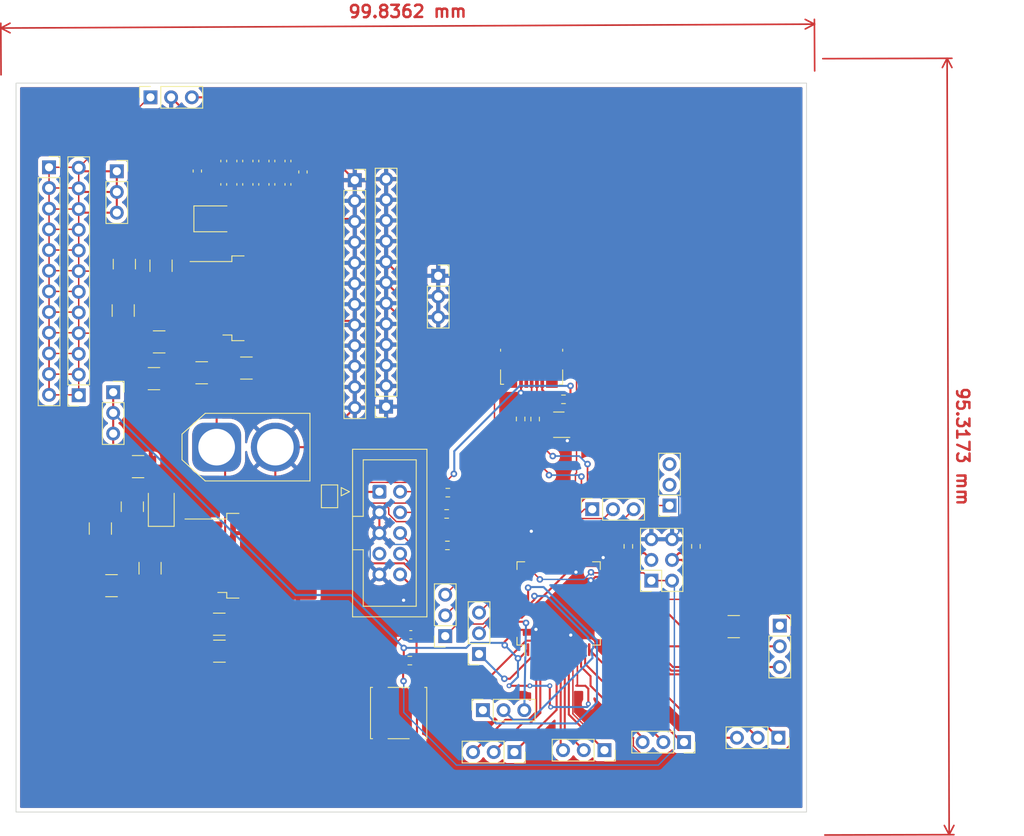
<source format=kicad_pcb>
(kicad_pcb (version 20221018) (generator pcbnew)
  (layers (0 "F.Cu" signal) (31 "B.Cu" signal) (34 "B.Paste" user) (35 "F.Paste" user) (36 "B.SilkS" user "B.Silkscreen") (37 "F.SilkS" user "F.Silkscreen") (38 "B.Mask" user) (39 "F.Mask" user) (44 "Edge.Cuts" user))
  (net 0 "")
  (net 1 "GND")
  (net 2 "Net-(D1-K)")
  (net 3 "Net-(U2-BOOT)")
  (net 4 "Net-(D2-K)")
  (net 5 "Net-(U3-BOOT)")
  (net 6 "+3.3V")
  (net 7 "/Vcap")
  (net 8 "/NRST")
  (net 9 "/EXT_D+")
  (net 10 "+7.5V")
  (net 11 "/I2C1_SDA")
  (net 12 "/I2C1_SCL")
  (net 13 "/Radar_Read")
  (net 14 "BOOT0")
  (net 15 "BOOT1")
  (net 16 "/M0")
  (net 17 "/M1")
  (net 18 "/M2")
  (net 19 "/M3")
  (net 20 "/M4")
  (net 21 "/M5")
  (net 22 "/M6")
  (net 23 "/M7")
  (net 24 "/M8")
  (net 25 "/M9")
  (net 26 "/M10")
  (net 27 "/H11")
  (net 28 "/H0")
  (net 29 "/H1")
  (net 30 "/H2")
  (net 31 "/H3")
  (net 32 "/H4")
  (net 33 "/H5")
  (net 34 "/H6")
  (net 35 "/H7")
  (net 36 "/H8")
  (net 37 "/H9")
  (net 38 "/H10")
  (net 39 "Net-(U2-EN)")
  (net 40 "Net-(U3-EN)")
  (net 41 "Net-(U2-FB)")
  (net 42 "Net-(U3-FB)")
  (net 43 "/D-")
  (net 44 "/D+")
  (net 56 "/M11")
  (net 57 "/bigmotor")
  (net 65 "Net-(J20-VTref)")
  (net 66 "/JTMS{slash}SWDIO")
  (net 67 "/JTCK{slash}SWCLK")
  (net 68 "/JTDO{slash}TRACESWO")
  (net 70 "/JTDI")
  (net 71 "+3V3")
  (net 72 "+5V")
  (net 75 "unconnected-(J21-Shield-Pad6)")
  (net 76 "/EXT_D-")
  (net 77 "/V_USB")
  (footprint "Resistor_SMD:R_1210_3225Metric_Pad1.30x2.65mm_HandSolder" (layer "F.Cu") (at 68.447 90.565586 90)
    (fp_text reference "R8" hide)
    (fp_text value "1K" hide)
  )
  (footprint "Connector_PinSocket_2.54mm:PinSocket_1x03_P2.54mm_Vertical" (layer "F.Cu") (at 68.492 32.745586 90)
    (fp_text reference "J9" hide)
    (fp_text value "Screw_Terminal_01x03" hide)
  )
  (footprint "Resistor_SMD:R_0603_1608Metric" (layer "F.Cu") (at 127.1375 87.8795 90)
    (fp_text reference "R10" hide)
    (fp_text value "10k")
  )
  (footprint "Connector_PinSocket_2.54mm:PinSocket_1x12_P2.54mm_Vertical" (layer "F.Cu") (at 97.412 70.725586 180)
    (fp_text reference "J1" hide)
    (fp_text value "Screw_Terminal_01x12" hide)
  )
  (footprint "Resistor_SMD:R_1210_3225Metric_Pad1.30x2.65mm_HandSolder" (layer "F.Cu") (at 80.267 65.985586 180)
    (fp_text reference "R1" hide)
    (fp_text value "40K" hide)
  )
  (footprint "Connector_PinSocket_2.54mm:PinSocket_1x03_P2.54mm_Vertical" (layer "F.Cu") (at 64.365 41.825)
    (fp_text reference "J6" hide)
    (fp_text value "Screw_Terminal_01x03" hide)
  )
  (footprint "Inductor_SMD:L_1210_3225Metric" (layer "F.Cu") (at 65.292 53.225586 -90)
    (fp_text reference "L1" hide)
    (fp_text value "60uH" hide)
  )
  (footprint "Connector_PinSocket_2.54mm:PinSocket_1x03_P2.54mm_Vertical" (layer "F.Cu") (at 108.8175 101.0945 180)
    (fp_text reference "J17" hide)
    (fp_text value "Screw_Terminal_01x03" hide)
  )
  (footprint "Resistor_SMD:R_1210_3225Metric_Pad1.30x2.65mm_HandSolder" (layer "F.Cu") (at 63.717 92.705586)
    (fp_text reference "R7" hide)
    (fp_text value "1.5K" hide)
  )
  (footprint "Connector_PinSocket_2.54mm:PinSocket_1x12_P2.54mm_Vertical" (layer "F.Cu") (at 59.692 69.325586 180)
    (fp_text reference "J11" hide)
    (fp_text value "Screw_Terminal_01x12" hide)
  )
  (footprint "Capacitor_SMD:C_0402_1005Metric" (layer "F.Cu") (at 79.457 40.565586 90)
    (fp_text reference "C11" hide)
    (fp_text value "100n" hide)
  )
  (footprint "Diode_SMD:D_1210_3225Metric_Pad1.42x2.65mm_HandSolder" (layer "F.Cu") (at 69.82 82.9625 90)
    (fp_text reference "D2" hide)
    (fp_text value "D" hide)
  )
  (footprint "Capacitor_SMD:C_1210_3225Metric_Pad1.33x2.70mm_HandSolder" (layer "F.Cu") (at 69.792 53.423086 -90)
    (fp_text reference "C8" hide)
    (fp_text value "20nF")
  )
  (footprint "Resistor_SMD:R_0603_1608Metric" (layer "F.Cu") (at 135.4275 87.8795 90)
    (fp_text reference "R11" hide)
    (fp_text value "10k")
  )
  (footprint "Package_TO_SOT_SMD:TO-263-7_TabPin8" (layer "F.Cu") (at 83.307 57.420586)
    (fp_text reference "U2" hide)
    (fp_text value "LM22678TJ-5")
  )
  (footprint "Package_QFP:LQFP-64_10x10mm_P0.5mm" (layer "F.Cu") (at 118.5825 94.8845 90)
    (fp_text reference "U1" hide)
    (fp_text value "STM32F401RBTx" hide)
  )
  (footprint "Resistor_SMD:R_0603_1608Metric" (layer "F.Cu") (at 104.9825 81.2845 180)
    (fp_text reference "R18" hide)
    (fp_text value "100k" hide)
  )
  (footprint "Capacitor_SMD:C_0402_1005Metric" (layer "F.Cu") (at 77.487 43.435586 90)
    (fp_text reference "C1" hide)
    (fp_text value "100n" hide)
  )
  (footprint "Capacitor_SMD:C_0402_1005Metric" (layer "F.Cu") (at 83.397 40.565586 90)
    (fp_text reference "C13" hide)
    (fp_text value "100n" hide)
  )
  (footprint "Resistor_SMD:R_0603_1608Metric" (layer "F.Cu") (at 104.8425 83.8945 180)
    (fp_text reference "R17" hide)
    (fp_text value "100k" hide)
  )
  (footprint "Capacitor_SMD:C_0402_1005Metric" (layer "F.Cu") (at 85.367 40.565586 90)
    (fp_text reference "C16" hide)
    (fp_text value "100n" hide)
  )
  (footprint "Resistor_SMD:R_0603_1608Metric" (layer "F.Cu") (at 113.9175 72.2395 -90)
    (fp_text reference "R13" hide)
    (fp_text value "22" hide)
  )
  (footprint "Resistor_SMD:R_0603_1608Metric" (layer "F.Cu") (at 104.9325 87.7645 180)
    (fp_text reference "R19" hide)
    (fp_text value "100k")
  )
  (footprint "Resistor_SMD:R_1210_3225Metric_Pad1.30x2.65mm_HandSolder" (layer "F.Cu") (at 65.152 58.925586 90)
    (fp_text reference "R6" hide)
    (fp_text value "1K" hide)
  )
  (footprint "Diode_SMD:D_1210_3225Metric_Pad1.42x2.65mm_HandSolder" (layer "F.Cu") (at 76.282 47.665586)
    (fp_text reference "D1" hide)
    (fp_text value "D")
  )
  (footprint "Capacitor_SMD:C_1210_3225Metric_Pad1.33x2.70mm_HandSolder" (layer "F.Cu") (at 68.9245 67.285586)
    (fp_text reference "C14" hide)
    (fp_text value "180uF" hide)
  )
  (footprint "Connector_IDC:IDC-Header_2x05_P2.54mm_Vertical" (layer "F.Cu") (at 96.5875 81.1645)
    (fp_text reference "J20" hide)
    (fp_text value "Conn_ARM_JTAG_SWD_10")
  )
  (footprint "Connector_PinSocket_2.54mm:PinSocket_1x03_P2.54mm_Vertical" (layer "F.Cu") (at 113.157 113.1345 -90)
    (fp_text reference "J18" hide)
    (fp_text value "Screw_Terminal_01x03")
  )
  (footprint "Capacitor_SMD:C_0402_1005Metric" (layer "F.Cu") (at 81.427 40.565586 90)
    (fp_text reference "C12" hide)
    (fp_text value "100n" hide)
  )
  (footprint "Button_Switch_SMD:SW_SPST_B3S-1000" (layer "F.Cu") (at 98.9475 108.3445 90)
    (fp_text reference "SW1" hide)
    (fp_text value "SW_Push" hide)
  )
  (footprint "Connector_PinSocket_2.54mm:PinSocket_1x12_P2.54mm_Vertical" (layer "F.Cu") (at 56.052 41.335586)
    (fp_text reference "J27" hide)
    (fp_text value "Screw_Terminal_01x12" hide)
  )
  (footprint "Connector_AMASS:AMASS_XT60-M_1x02_P7.20mm_Vertical" (layer "F.Cu") (at 76.617 75.695586)
    (fp_text reference "J2" hide)
    (fp_text value "Conn_01x02" hide)
  )
  (footprint "Resistor_SMD:R_1210_3225Metric_Pad1.30x2.65mm_HandSolder" (layer "F.Cu") (at 76.937 97.435586 180)
    (fp_text reference "R3" hide)
    (fp_text value "40K" hide)
  )
  (footprint "Resistor_SMD:R_1210_3225Metric_Pad1.30x2.65mm_HandSolder" (layer "F.Cu") (at 74.782 66.565586 180)
    (fp_text reference "R2" hide)
    (fp_text value "20k" hide)
  )
  (footprint "Capacitor_SMD:C_0402_1005Metric" (layer "F.Cu") (at 85.367 43.435586 90)
    (fp_text reference "C5" hide)
    (fp_text value "100n" hide)
  )
  (footprint "Connector_USB:USB_Micro-B_Molex_47346-0001" (layer "F.Cu") (at 115.2675 66.2645 180)
    (fp_text reference "J21" hide)
    (fp_text value "USB_B_Micro" hide)
  )
  (footprint "Resistor_SMD:R_0603_1608Metric" (layer "F.Cu") (at 100.3225 101.9045)
    (fp_text reference "R9" hide)
    (fp_text value "10k")
  )
  (footprint "Connector_PinSocket_2.54mm:PinSocket_1x03_P2.54mm_Vertical" (layer "F.Cu") (at 63.922 68.950586)
    (fp_text reference "J5" hide)
    (fp_text value "Screw_Terminal_01x03" hide)
  )
  (footprint "Package_TO_SOT_SMD:SOT-143" (layer "F.Cu") (at 118.6075 72.9445 180)
    (fp_text reference "D3" hide)
    (fp_text value "SP0503BAHTG" hide)
  )
  (footprint "Resistor_SMD:R_1210_3225Metric_Pad1.30x2.65mm_HandSolder" (layer "F.Cu") (at 69.562 62.775586)
    (fp_text reference "R5" hide)
    (fp_text value "2.8K" hide)
  )
  (footprint "Connector_PinSocket_2.54mm:PinSocket_1x03_P2.54mm_Vertical" (layer "F.Cu") (at 133.97 111.912 -90)
    (fp_text reference "J12" hide)
    (fp_text value "Screw_Terminal_01x03" hide)
  )
  (footprint "Connector_PinSocket_2.54mm:PinSocket_1x03_P2.54mm_Vertical" (layer "F.Cu") (at 104.6675 98.8945 180)
    (fp_text reference "J16" hide)
    (fp_text value "Screw_Terminal_01x03" hide)
  )
  (footprint "Resistor_SMD:R_0603_1608Metric" (layer "F.Cu") (at 115.6975 72.2495 -90)
    (fp_text reference "R15" hide)
    (fp_text value "22" hide)
  )
  (footprint "Package_TO_SOT_SMD:TO-263-7_TabPin8" (layer "F.Cu") (at 82.682 89.030586)
    (fp_text reference "U3" hide)
    (fp_text value "LM22678TJ-5")
  )
  (footprint "Capacitor_SMD:C_1210_3225Metric_Pad1.33x2.70mm_HandSolder" (layer "F.Cu") (at 66.9745 78.090586)
    (fp_text reference "C15" hide)
    (fp_text value "180uF" hide)
  )
  (footprint "Capacitor_SMD:C_0603_1608Metric" (layer "F.Cu") (at 100.4425 98.7345 180)
    (fp_text reference "C18" hide)
    (fp_text value "1u" hide)
  )
  (footprint "Capacitor_SMD:C_0402_1005Metric" (layer "F.Cu") (at 77.487 40.565586 90)
    (fp_text reference "C10" hide)
    (fp_text value "100n" hide)
  )
  (footprint "Connector_PinSocket_2.54mm:PinSocket_1x03_P2.54mm_Vertical" (layer "F.Cu") (at 103.807 54.660586)
    (fp_text reference "J4" hide)
    (fp_text value "Screw_Terminal_01x03" hide)
  )
  (footprint "Capacitor_SMD:C_0603_1608Metric" (layer "F.Cu") (at 74.247 41.795586 90)
    (fp_text reference "C7" hide)
    (fp_text value "4u7" hide)
  )
  (footprint "Resistor_SMD:R_1210_3225Metric_Pad1.30x2.65mm_HandSolder" (layer "F.Cu") (at 76.957 100.745586)
    (fp_text reference "R4" hide)
    (fp_text value "20K" hide)
  )
  (footprint "Capacitor_SMD:C_0402_1005Metric" (layer "F.Cu") (at 81.427 43.435586 90)
    (fp_text reference "C3" hide)
    (fp_text value "100n" hide)
  )
  (footprint "Connector_PinSocket_2.54mm:PinSocket_1x12_P2.54mm_Vertical" (layer "F.Cu") (at 93.567 42.915586)
    (fp_text reference "J28" hide)
    (fp_text value "Screw_Terminal_01x12" hide)
  )
  (footprint "Connector_PinSocket_2.54mm:PinSocket_1x03_P2.54mm_Vertical" (layer "F.Cu") (at 109.2875 107.9945 90)
    (fp_text reference "J3" hide)
    (fp_text value "Screw_Terminal_01x03")
  )
  (footprint "Resistor_SMD:R_0603_1608Metric" (layer "F.Cu") (at 119.1775 69.8245 180)
    (fp_text reference "R12" hide)
    (fp_text value "1.5k" hide)
  )
  (footprint "Connector_PinSocket_2.54mm:PinSocket_1x03_P2.54mm_Vertical" (layer "F.Cu") (at 132.1875 82.8645 180)
    (fp_text reference "J15" hide)
    (fp_text value "Screw_Terminal_01x03")
  )
  (footprint "Capacitor_SMD:C_0402_1005Metric" (layer "F.Cu") (at 79.457 43.435586 90)
    (fp_text reference "C2" hide)
    (fp_text value "100n" hide)
  )
  (footprint "Capacitor_SMD:C_1210_3225Metric_Pad1.33x2.70mm_HandSolder" (layer "F.Cu") (at 62.347 85.693086 -90)
    (fp_text reference "C9" hide)
    (fp_text value "20nF")
  )
  (footprint "Inductor_SMD:L_1210_3225Metric" (layer "F.Cu") (at 66.27 83.01 90)
    (fp_text reference "L2" hide)
    (fp_text value "2.2uH")
  )
  (footprint "Capacitor_SMD:C_1210_3225Metric_Pad1.33x2.70mm_HandSolder" (layer "F.Cu") (at 140.0675 97.7345)
    (fp_text reference "C17" hide)
    (fp_text value "2.2uF")
  )
  (footprint "Capacitor_SMD:C_0402_1005Metric" (layer "F.Cu") (at 83.397 43.435586 90)
    (fp_text reference "C4" hide)
    (fp_text value "100n" hide)
  )
  (footprint "Capacitor_SMD:C_0603_1608Metric" (layer "F.Cu") (at 87.207 41.910586 90)
    (fp_text reference "C6" hide)
    (fp_text value "4u7" hide)
  )
  (footprint "Connector_PinSocket_2.54mm:PinSocket_1x03_P2.54mm_Vertical" (layer "F.Cu") (at 122.7075 83.3245 90)
    (fp_text reference "J10" hide)
    (fp_text value "Screw_Terminal_01x03")
  )
  (footprint "Connector_PinSocket_2.54mm:PinSocket_1x03_P2.54mm_Vertical" (layer "F.Cu") (at 145.7175 97.6145)
    (fp_text reference "J14" hide)
    (fp_text value "Screw_Terminal_01x03" hide)
  )
  (footprint "Connector_PinSocket_2.54mm:PinSocket_1x03_P2.54mm_Vertical" (layer "F.Cu") (at 124.206 112.903 -90)
    (fp_text reference "J19" hide)
    (fp_text value "Screw_Terminal_01x03")
  )
  (footprint "Connector_PinSocket_2.54mm:PinSocket_2x03_P2.54mm_Vertical" (layer "F.Cu") (at 129.9575 92.0845 180)
    (fp_text reference "J7" hide)
    (fp_text value "Conn_02x03_Odd_Even" hide)
  )
  (footprint "Jumper:SolderJumper-2_P1.3mm_Open_TrianglePad1.0x1.5mm" (layer "F.Cu") (at 90.47 81.735 90)
    (fp_text reference "JP1" hide)
    (fp_text value "SolderJumper_2_Open")
  )
  (footprint "Connector_PinSocket_2.54mm:PinSocket_1x03_P2.54mm_Vertical" (layer "F.Cu") (at 145.542 111.379 -90)
    (fp_text reference "J13" hide)
    (fp_text value "Screw_Terminal_01x03" hide)
  )
  (gr_rect (start 52 31) (end 149 120.5) (stroke (width 0.1)) (fill none) (layer "Edge.Cuts"))
  (dimension (type aligned) (layer "F.Cu") (pts (xy 50.165 30.48) (xy 150 30)) (height -6.240529) (gr_text "99.8362 mm" (at 100.043842 22.199564 0.2754721516) (layer "F.Cu") (effects (font (size 1.5 1.5) (thickness 0.3)))) (format (prefix "") (suffix "") (units 3) (units_format 1) (precision 4)) (style (thickness 0.2) (arrow_length 1.27) (text_position_mode 0) (extension_height 0.58642) (extension_offset 0.5) keep_text_aligned))
  (dimension (type aligned) (layer "F.Cu") (pts (xy 150.5 28) (xy 150.749 123.317)) (height -15.751651) (gr_text "95.3173 mm" (at 168.176091 75.61265 270.1496755) (layer "F.Cu") (effects (font (size 1.5 1.5) (thickness 0.3)))) (format (prefix "") (suffix "") (units 3) (units_format 1) (precision 4)) (style (thickness 0.2) (arrow_length 1.27) (text_position_mode 0) (extension_height 0.58642) (extension_offset 0.5) keep_text_aligned))
  (segment (start 99.127 54.660586) (end 97.412 52.945586) (width 0.25) (layer "F.Cu") (net 1))
  (segment (start 83.397 42.955586) (end 79.457 42.955586) (width 0.25) (layer "F.Cu") (net 1))
  (segment (start 132.4975 87.0045) (end 135.3775 87.0045) (width 0.25) (layer "F.Cu") (net 1))
  (segment (start 126.378 110) (end 127.785666 111.407666) (width 0.175) (layer "F.Cu") (net 1))
  (segment (start 115.1975 86.0245) (end 115.0875 85.9145) (width 0.175) (layer "F.Cu") (net 1))
  (segment (start 97.952 53.405586) (end 97.412 53.945586) (width 0.25) (layer "F.Cu") (net 1))
  (segment (start 97.412 42.785586) (end 97.412 53.945586) (width 0.25) (layer "F.Cu") (net 1))
  (segment (start 93.567 55.615586) (end 88.202 55.615586) (width 0.25) (layer "F.Cu") (net 1))
  (segment (start 77.7695 47.665586) (end 93.237 47.665586) (width 0.25) (layer "F.Cu") (net 1))
  (segment (start 127.785666 111.407666) (end 127.7525 111.440832) (width 0.175) (layer "F.Cu") (net 1))
  (segment (start 97.412 50.405586) (end 93.697 50.405586) (width 0.25) (layer "F.Cu") (net 1))
  (segment (start 145.809 113.432) (end 147.447 111.794) (width 0.175) (layer "F.Cu") (net 1))
  (segment (start 78.507 100.745586) (end 86.607 92.645586) (width 0.25) (layer "F.Cu") (net 1))
  (segment (start 74.247 41.020586) (end 74.247 35.960586) (width 0.25) (layer "F.Cu") (net 1))
  (segment (start 83.397 42.955586) (end 85.367 42.955586) (width 0.25) (layer "F.Cu") (net 1))
  (segment (start 103.807 57.200586) (end 103.807 54.660586) (width 0.25) (layer "F.Cu") (net 1))
  (segment (start 103.807 57.200586) (end 99.127 57.200586) (width 0.25) (layer "F.Cu") (net 1))
  (segment (start 103.807 57.200586) (end 103.807 59.740586) (width 0.25) (layer "F.Cu") (net 1))
  (segment (start 68.735 82.56) (end 69.82 81.475) (width 0.25) (layer "F.Cu") (net 1))
  (segment (start 120.3325 99.76977) (end 120.3325 100.5595) (width 0.175) (layer "F.Cu") (net 1))
  (segment (start 122.7325 91.8595) (end 122.5275 92.0645) (width 0.25) (layer "F.Cu") (net 1))
  (segment (start 60.672 83.472986) (end 61.5694 82.575586) (width 0.25) (layer "F.Cu") (net 1))
  (segment (start 115.3325 89.2095) (end 115.3325 86.811162) (width 0.175) (layer "F.Cu") (net 1))
  (segment (start 83.817 83.465586) (end 86.607 86.255586) (width 0.25) (layer "F.Cu") (net 1))
  (segment (start 124.0475 89.2545) (end 124.0475 89.6645) (width 0.25) (layer "F.Cu") (net 1))
  (segment (start 68.537 78.090586) (end 68.537 80.950586) (width 0.25) (layer "F.Cu") (net 1))
  (segment (start 93.567 47.995586) (end 97.282 47.995586) (width 0.25) (layer "F.Cu") (net 1))
  (segment (start 90.562 39.910586) (end 85.542 39.910586) (width 0.25) (layer "F.Cu") (net 1))
  (segment (start 93.567 68.315586) (end 97.282 68.315586) (width 0.25) (layer "F.Cu") (net 1))
  (segment (start 115.3325 89.2095) (end 115.3325 86.1595) (width 0.175) (layer "F.Cu") (net 1))
  (segment (start 146.3375 96.1045) (end 143.26 96.1045) (width 0.175) (layer "F.Cu") (net 1))
  (segment (start 127.1375 87.0545) (end 126.6575 87.0545) (width 0.25) (layer "F.Cu") (net 1))
  (segment (start 147.447 111.794) (end 147.447 97.214) (width 0.175) (layer "F.Cu") (net 1))
  (segment (start 77.7695 50.033086) (end 77.7695 47.665586) (width 0.25) (layer "F.Cu") (net 1))
  (segment (start 77.957 57.420586) (end 79.332 58.795586) (width 0.25) (layer "F.Cu") (net 1))
  (segment (start 96.6975 101.7045) (end 96.6975 104.3695) (width 0.175) (layer "F.Cu") (net 1))
  (segment (start 96.6975 112.3195) (end 96.6975 104.3695) (width 0.25) (layer "F.Cu") (net 1))
  (segment (start 113.9475 69.0645) (end 113.9575 69.0545) (width 0.25) (layer "F.Cu") (net 1))
  (segment (start 122.5275 97.57477) (end 122.5275 92.0645) (width 0.175) (layer "F.Cu") (net 1))
  (segment (start 129.9575 87.0045) (end 132.4975 87.0045) (width 0.25) (layer "F.Cu") (net 1))
  (segment (start 76.857 102.395586) (end 70.067 102.395586) (width 0.25) (layer "F.Cu") (net 1))
  (segment (start 93.697 45.325586) (end 97.412 45.325586) (width 0.25) (layer "F.Cu") (net 1))
  (segment (start 70.018396 102.395586) (end 63.142 95.51919) (width 0.25) (layer "F.Cu") (net 1))
  (segment (start 68.447 89.015586) (end 66.6619 89.015586) (width 0.25) (layer "F.Cu") (net 1))
  (segment (start 80.842 64.512082) (end 80.842 66.155686) (width 0.25) (layer "F.Cu") (net 1))
  (segment (start 122.849573 91.8595) (end 122.7325 91.8595) (width 0.25) (layer "F.Cu") (net 1))
  (segment (start 120.355 100.537) (end 120.355 99.062) (width 0.175) (layer "F.Cu") (net 1))
  (segment (start 83.397 40.085586) (end 85.367 40.085586) (width 0.25) (layer "F.Cu") (net 1))
  (segment (start 99.5575 94.4945) (end 99.6675 94.4045) (width 0.175) (layer "F.Cu") (net 1))
  (segment (start 147.447 97.214) (end 146.3375 96.1045) (width 0.175) (layer "F.Cu") (net 1))
  (segment (start 99.6675 98.7345) (end 96.6975 101.7045) (width 0.175) (layer "F.Cu") (net 1))
  (segment (start 70.067 99.800686) (end 70.067 102.395586) (width 0.25) (layer "F.Cu") (net 1))
  (segment (start 96.5875 83.7045) (end 96.5875 86.2445) (width 0.25) (layer "F.Cu") (net 1))
  (segment (start 88.727 75.695586) (end 93.567 70.855586) (width 0.25) (layer "F.Cu") (net 1))
  (segment (start 83.397 42.955586) (end 81.427 42.955586) (width 0.25) (layer "F.Cu") (net 1))
  (segment (start 127.1375 87.0545) (end 129.9075 87.0545) (width 0.25) (layer "F.Cu") (net 1))
  (segment (start 115.2275 86.0245) (end 115.1975 86.0245) (width 0.175) (layer "F.Cu") (net 1))
  (segment (start 99.127 57.200586) (end 97.412 55.485586) (width 0.25) (layer "F.Cu") (net 1))
  (segment (start 115.3325 86.811162) (end 119.625 82.518662) (width 0.175) (layer "F.Cu") (net 1))
  (segment (start 80.842 66.155686) (end 78.7221 68.275586) (width 0.25) (layer "F.Cu") (net 1))
  (segment (start 93.567 42.915586) (end 97.282 42.915586) (width 0.25) (layer "F.Cu") (net 1))
  (segment (start 70.067 102.395586) (end 70.018396 102.395586) (width 0.25) (layer "F.Cu") (net 1))
  (segment (start 62.296814 82.575586) (end 62.3124 82.56) (width 0.25) (layer "F.Cu") (net 1))
  (segment (start 124.2575 98.1345) (end 121.96777 98.1345) (width 0.175) (layer "F.Cu") (net 1))
  (segment (start 113.9675 69.0445) (end 113.9475 69.0445) (width 0.25) (layer "F.Cu") (net 1))
  (segment (start 65.152 57.375586) (end 75.612 57.375586) (width 0.25) (layer "F.Cu") (net 1))
  (segment (start 62.3124 82.56) (end 68.735 82.56) (width 0.25) (layer "F.Cu") (net 1))
  (segment (start 93.567 60.695586) (end 97.282 60.695586) (width 0.25) (layer "F.Cu") (net 1))
  (segment (start 112.9075 98.1345) (end 115.7975 98.1345) (width 0.25) (layer "F.Cu") (net 1))
  (segment (start 64.292 94.025686) (end 70.067 99.800686) (width 0.25) (layer "F.Cu") (net 1))
  (segment (start 78.507 100.745586) (end 90.080914 112.3195) (width 0.25) (layer "F.Cu") (net 1))
  (segment (start 66.6619 89.015586) (end 64.292 91.385486) (width 0.25) (layer "F.Cu") (net 1))
  (segment (start 93.567 53.075586) (end 97.282 53.075586) (width 0.25) (layer "F.Cu") (net 1))
  (segment (start 121.886364 110) (end 126.378 110) (width 0.175) (layer "F.Cu") (net 1))
  (segment (start 93.567 58.155586) (end 97.282 58.155586) (width 0.25) (layer "F.Cu") (net 1))
  (segment (start 115.3325 86.1595) (end 115.2275 86.0545) (width 0.175) (layer "F.Cu") (net 1))
  (segment (start 77.487 42.955586) (end 76.182 42.955586) (width 0.25) (layer "F.Cu") (net 1))
  (segment (start 99.6675 94.4045) (end 96.5875 91.3245) (width 0.175) (layer "F.Cu") (net 1))
  (segment (start 78.7221 68.275586) (end 74.942 68.275586) (width 0.25) (layer "F.Cu") (net 1))
  (segment (start 73.232 66.565586) (end 72.512 67.285586) (width 0.25) (layer "F.Cu") (net 1))
  (segment (start 126.6575 87.0545) (end 124.4575 89.2545) (width 0.25) (layer "F.Cu") (net 1))
  (segment (start 120.3325 108.446136) (end 121.886364 110) (width 0.175) (layer "F.Cu") (net 1))
  (segment (start 97.412 63.105586) (end 93.697 63.105586) (width 0.25) (layer "F.Cu") (net 1))
  (segment (start 120.3325 100.5595) (end 120.355 100.537) (width 0.175) (layer "F.Cu") (net 1))
  (segment (start 79.457 40.085586) (end 81.427 40.085586) (width 0.25) (layer "F.Cu") (net 1))
  (segment (start 87.232 72.280586) (end 83.817 75.695586) (width 0.25) (layer "F.Cu") (net 1))
  (segment (start 93.567 55.615586) (end 97.282 55.615586) (width 0.25) (layer "F.Cu") (net 1))
  (segment (start 78.507 100.745586) (end 76.857 102.395586) (width 0.25) (layer "F.Cu") (net 1))
  (segment (start 87.187 41.135586) (end 85.367 42.955586) (width 0.25) (layer "F.Cu") (net 1))
  (segment (start 122.036135 98.066135) (end 120.3325 99.76977) (width 0.175) (layer "F.Cu") (net 1))
  (segment (start 64.292 91.385486) (end 64.292 94.025686) (width 0.25) (layer "F.Cu") (net 1))
  (segment (start 99.6675 98.7345) (end 99.5575 94.4945) (width 0.175) (layer "F.Cu") (net 1))
  (segment (start 127.7525 112.383168) (end 128.801332 113.432) (width 0.175) (layer "F.Cu") (net 1))
  (segment (start 79.332 63.002082) (end 80.842 64.512082) (width 0.25) (layer "F.Cu") (net 1))
  (segment (start 122.036135 98.066135) (end 122.5275 97.57477) (width 0.175) (layer "F.Cu") (net 1))
  (segment (start 128.801332 113.432) (end 145.809 113.432) (width 0.175) (layer "F.Cu") (net 1))
  (segment (start 113.9675 69.0445) (end 113.9675 69.0445) (width 0.25) (layer "F.Cu") (net 1))
  (segment (start 119.625 82.518662) (end 119.625 74.927) (width 0.175) (layer "F.Cu") (net 1))
  (segment (start 115.7975 98.0745) (end 115.8575 98.0745) (width 0.25) (layer "F.Cu") (net 1))
  (segment (start 103.807 54.660586) (end 99.127 54.660586) (width 0.25) (layer "F.Cu") (net 1))
  (segment (start 93.567 58.155586) (end 93.567 60.695586) (width 0.25) (layer "F.Cu") (net 1))
  (segment (start 76.182 42.955586) (end 74.247 41.020586) (width 0.25) (layer "F.Cu") (net 1))
  (segment (start 113.9675 67.7245) (end 113.9675 68.9845) (width 0.25) (layer "F.Cu") (net 1))
  (segment (start 115.7975 98.1345) (end 115.7975 98.0745) (width 0.25) (layer "F.Cu") (net 1))
  (segment (start 63.142 90.383186) (end 60.672 87.913186) (width 0.25) (layer "F.Cu") (net 1))
  (segment (start 115.2275 86.0545) (end 115.2275 86.0245) (width 0.175) (layer "F.Cu") (net 1))
  (segment (start 113.9475 69.0445) (end 113.9475 69.0645) (width 0.25) (layer "F.Cu") (net 1))
  (segment (start 127.7525 111.440832) (end 127.7525 112.383168) (width 0.175) (layer "F.Cu") (net 1))
  (segment (start 82.382 54.645586) (end 77.7695 50.033086) (width 0.25) (layer "F.Cu") (net 1))
  (segment (start 103.807 59.740586) (end 99.127 59.740586) (width 0.25) (layer "F.Cu") (net 1))
  (segment (start 60.672 87.913186) (end 60.672 83.472986) (width 0.25) (layer "F.Cu") (net 1))
  (segment (start 93.567 68.315586) (end 93.567 42.915586) (width 0.25) (layer "F.Cu") (net 1))
  (segment (start 87.232 60.195586) (end 87.232 72.280586) (width 0.25) (layer "F.Cu") (net 1))
  (segment (start 68.447 89.015586) (end 75.017 89.015586) (width 0.25) (layer "F.Cu") (net 1))
  (segment (start 74.247 35.960586) (end 71.032 32.745586) (width 0.25) (layer "F.Cu") (net 1))
  (segment (start 90.080914 112.3195) (end 96.6975 112.3195) (width 0.25) (layer "F.Cu") (net 1))
  (segment (start 83.817 75.695586) (end 88.727 75.695586) (width 0.25) (layer "F.Cu") (net 1))
  (segment (start 123.074573 91.6345) (end 122.849573 91.8595) (width 0.25) (layer "F.Cu") (net 1))
  (segment (start 120.355 99.062) (end 120.0675 98.7745) (width 0.175) (layer "F.Cu") (net 1))
  (segment (start 124.4575 89.2545) (end 124.0475 89.2545) (width 0.25) (layer "F.Cu") (net 1))
  (segment (start 93.567 70.855586) (end 93.567 68.315586) (width 0.25) (layer "F.Cu") (net 1))
  (segment (start 70.487 80.080586) (end 69.077 81.490586) (width 0.25) (layer "F.Cu") (net 1))
  (segment (start 61.5694 82.575586) (end 62.296814 82.575586) (width 0.25) (layer "F.Cu") (net 1))
  (segment (start 97.412 70.725586) (end 93.797 70.725586) (width 0.25) (layer "F.Cu") (net 1))
  (segment (start 124.2575 91.6345) (end 123.074573 91.6345) (width 0.25) (layer "F.Cu") (net 1))
  (segment (start 93.567 45.455586) (end 93.567 47.995586) (width 0.25) (layer "F.Cu") (net 1))
  (segment (start 87.232 60.195586) (end 93.067 60.195586) (width 0.25) (layer "F.Cu") (net 1))
  (segment (start 83.817 75.695586) (end 83.817 83.465586) (width 0.25) (layer "F.Cu") (net 1))
  (segment (start 122.5275 92.0645) (end 122.3225 91.8595) (width 0.25) (layer "F.Cu") (net 1))
  (segment (start 85.542 39.910586) (end 85.367 40.085586) (width 0.25) (layer "F.Cu") (net 1))
  (segment (start 124.0475 89.6645) (end 124.0975 89.6145) (width 0.25) (layer "F.Cu") (net 1))
  (segment (start 83.397 40.085586) (end 81.427 40.085586) (width 0.25) (layer "F.Cu") (net 1))
  (segment (start 115.7975 98.1345) (end 115.7975 98.1345) (width 0.25) (layer "F.Cu") (net 1))
  (segment (start 120.3325 100.5595) (end 120.3325 108.446136) (width 0.175) (layer "F.Cu") (net 1))
  (segment (start 63.142 95.51919) (end 63.142 90.383186) (width 0.25) (layer "F.Cu") (net 1))
  (segment (start 72.512 67.285586) (end 70.487 67.285586) (width 0.25) (layer "F.Cu") (net 1))
  (segment (start 79.457 40.085586) (end 77.487 40.085586) (width 0.25) (layer "F.Cu") (net 1))
  (segment (start 75.182 40.085586) (end 74.247 41.020586) (width 0.25) (layer "F.Cu") (net 1))
  (segment (start 93.567 65.775586) (end 97.282 65.775586) (width 0.25) (layer "F.Cu") (net 1))
  (segment (start 97.412 53.945586) (end 97.412 70.725586) (width 0.25) (layer "F.Cu") (net 1))
  (segment (start 122.3225 91.8595) (end 121.5225 91.8595) (width 0.25) (layer "F.Cu") (net 1))
  (segment (start 77.487 40.085586) (end 75.182 40.085586) (width 0.25) (layer "F.Cu") (net 1))
  (segment (start 79.332 58.795586) (end 79.332 63.002082) (width 0.25) (layer "F.Cu") (net 1))
  (segment (start 143.26 96.1045) (end 141.63 97.7345) (width 0.175) (layer "F.Cu") (net 1))
  (segment (start 70.487 67.285586) (end 70.487 80.080586) (width 0.25) (layer "F.Cu") (net 1))
  (segment (start 99.127 59.740586) (end 97.412 58.025586) (width 0.25) (layer "F.Cu") (net 1))
  (segment (start 93.567 42.915586) (end 90.562 39.910586) (width 0.25) (layer "F.Cu") (net 1))
  (segment (start 74.942 68.275586) (end 73.232 66.565586) (width 0.25) (layer "F.Cu") (net 1))
  (segment (start 119.6475 74.9045) (end 119.6075 74.8645) (width 0.175) (layer "F.Cu") (net 1))
  (segment (start 119.625 74.927) (end 119.6475 74.9045) (width 0.175) (layer "F.Cu") (net 1))
  (segment (start 115.8575 98.0745) (end 115.8875 98.0445) (width 0.25) (layer "F.Cu") (net 1))
  (segment (start 121.96777 98.1345) (end 122.036135 98.066135) (width 0.175) (layer "F.Cu") (net 1))
  (segment (start 121.5225 91.8595) (end 120.7075 91.0445) (width 0.25) (layer "F.Cu") (net 1))
  (segment (start 119.6075 74.8645) (end 119.6075 73.6945) (width 0.175) (layer "F.Cu") (net 1))
  (segment (start 77.487 42.955586) (end 79.457 42.955586) (width 0.25) (layer "F.Cu") (net 1))
  (via (at 122.5275 92.0645) (size 0.8) (drill 0.4) (layers "F.Cu" "B.Cu") (net 1))
  (via (at 99.5575 94.4945) (size 0.8) (drill 0.4) (layers "F.Cu" "B.Cu") (net 1))
  (via (at 113.9475 69.0445) (size 0.8) (drill 0.4) (layers "F.Cu" "B.Cu") (net 1))
  (via (at 119.6475 74.9045) (size 0.8) (drill 0.4) (layers "F.Cu" "B.Cu") (net 1))
  (via (at 115.7975 98.0745) (size 0.8) (drill 0.4) (layers "F.Cu" "B.Cu") (net 1))
  (via (at 120.0675 98.7745) (size 0.8) (drill 0.4) (layers "F.Cu" "B.Cu") (net 1))
  (via (at 120.7075 91.0445) (size 0.8) (drill 0.4) (layers "F.Cu" "B.Cu") (net 1))
  (via (at 115.2275 86.0245) (size 0.8) (drill 0.4) (layers "F.Cu" "B.Cu") (net 1))
  (via (at 124.0475 89.2545) (size 0.8) (drill 0.4) (layers "F.Cu" "B.Cu") (net 1))
  (segment (start 96.5875 86.2445) (end 95.45 87.382) (width 0.175) (layer "B.Cu") (net 1))
  (segment (start 133.1375 81.5545) (end 133.325 81.742) (width 0.175) (layer "B.Cu") (net 1))
  (segment (start 120.8175 91.0445) (end 120.7575 90.9845) (width 0.25) (layer "B.Cu") (net 1))
  (segment (start 116.4975 98.7745) (end 115.7975 98.0745) (width 0.175) (layer "B.Cu") (net 1))
  (segment (start 115.2275 86.0245) (end 113.605 87.647) (width 0.175) (layer "B.Cu") (net 1))
  (segment (start 119.6475 74.7445) (end 119.6475 74.9045) (width 0.25) (layer "B.Cu") (net 1))
  (segment (start 120.6975 90.2645) (end 120.6975 90.9245) (width 0.25) (layer "B.Cu") (net 1))
  (segment (start 95.45 87.382) (end 95.45 90.187) (width 0.175) (layer "B.Cu") (net 1))
  (segment (start 120.7075 90.9345) (end 120.7075 91.0445) (width 0.25) (layer "B.Cu") (net 1))
  (segment (start 95.45 90.187) (end 96.5875 91.3245) (width 0.175) (layer "B.Cu") (net 1))
  (segment (start 124.2275 74.9045) (end 130.8775 81.5545) (width 0.175) (layer "B.Cu") (net 1))
  (segment (start 130.8775 81.5545) (end 133.1375 81.5545) (width 0.175) (layer "B.Cu") (net 1))
  (segment (start 120.0675 98.7745) (end 116.4975 98.7745) (width 0.175) (layer "B.Cu") (net 1))
  (segment (start 124.0475 89.2545) (end 123.0375 90.2645) (width 0.25) (layer "B.Cu") (net 1))
  (segment (start 133.325 81.742) (end 133.325 86.177) (width 0.175) (layer "B.Cu") (net 1))
  (segment (start 120.6975 90.9245) (end 120.7075 90.9345) (width 0.25) (layer "B.Cu") (net 1))
  (segment (start 113.9475 69.0445) (end 119.6475 74.7445) (width 0.25) (layer "B.Cu") (net 1))
  (segment (start 119.6475 74.9045) (end 124.2275 74.9045) (width 0.175) (layer "B.Cu") (net 1))
  (segment (start 123.0375 90.2645) (end 120.6975 90.2645) (width 0.25) (layer "B.Cu") (net 1))
  (segment (start 97.99 87.647) (end 96.5875 86.2445) (width 0.175) (layer "B.Cu") (net 1))
  (segment (start 120.7075 91.0445) (end 120.8175 91.0445) (width 0.25) (layer "B.Cu") (net 1))
  (segment (start 133.325 86.177) (end 132.4975 87.0045) (width 0.175) (layer "B.Cu") (net 1))
  (segment (start 113.605 87.647) (end 97.99 87.647) (width 0.175) (layer "B.Cu") (net 1))
  (segment (start 65.327 51.860586) (end 69.792 51.860586) (width 0.25) (layer "F.Cu") (net 2))
  (segment (start 71.542 53.610586) (end 75.657 53.610586) (width 0.25) (layer "F.Cu") (net 2))
  (segment (start 74.7945 47.665586) (end 74.7945 52.748086) (width 0.25) (layer "F.Cu") (net 2))
  (segment (start 74.7945 52.748086) (end 75.657 53.610586) (width 0.25) (layer "F.Cu") (net 2))
  (segment (start 69.792 51.860586) (end 71.542 53.610586) (width 0.25) (layer "F.Cu") (net 2))
  (segment (start 69.792 54.985586) (end 70.957 56.150586) (width 0.25) (layer "F.Cu") (net 3))
  (segment (start 70.957 56.150586) (end 75.657 56.150586) (width 0.25) (layer "F.Cu") (net 3))
  (segment (start 63.09 84.115) (end 65.975 84.115) (width 0.25) (layer "F.Cu") (net 4))
  (segment (start 74.261414 84.45) (end 75.032 85.220586) (width 0.25) (layer "F.Cu") (net 4))
  (segment (start 66.27 84.41) (end 69.78 84.41) (width 0.25) (layer "F.Cu") (net 4))
  (segment (start 69.82 84.45) (end 74.261414 84.45) (width 0.25) (layer "F.Cu") (net 4))
  (segment (start 74.527 87.255586) (end 75.032 87.760586) (width 0.25) (layer "F.Cu") (net 5))
  (segment (start 62.347 87.255586) (end 74.527 87.255586) (width 0.25) (layer "F.Cu") (net 5))
  (segment (start 105.7575 87.7645) (end 105.7575 87.06917) (width 0.175) (layer "F.Cu") (net 6))
  (segment (start 112.5 105) (end 115.050258 105) (width 0.25) (layer "F.Cu") (net 6))
  (segment (start 89.0275 82.3045) (end 89.0275 80.537914) (width 0.175) (layer "F.Cu") (net 6))
  (segment (start 120.0325 69.7945) (end 120.0375 68.1745) (width 0.25) (layer "F.Cu") (net 6))
  (segment (start 65.527 81.625586) (end 61.883004 81.625586) (width 0.25) (layer "F.Cu") (net 6))
  (segment (start 103.53033 84.842) (end 98.656332 84.842) (width 0.175) (layer "F.Cu") (net 6))
  (segment (start 113.7675 101.6245) (end 113.5925 101.6245) (width 0.25) (layer "F.Cu") (net 6))
  (segment (start 122.224058 107.224058) (end 122.224058 105.360454) (width 0.25) (layer "F.Cu") (net 6))
  (segment (start 104.34 82.567) (end 97.315 82.567) (width 0.175) (layer "F.Cu") (net 6))
  (segment (start 120.8325 100.5595) (end 120.8825 100.5095) (width 0.2) (layer "F.Cu") (net 6))
  (segment (start 105.6675 83.8945) (end 104.34 82.567) (width 0.175) (layer "F.Cu") (net 6))
  (segment (start 99.5775 100.3545) (end 99.5775 101.8245) (width 0.25) (layer "F.Cu") (net 6))
  (segment (start 120.8825 100.5095) (end 120.8825 104.8375) (width 0.2) (layer "F.Cu") (net 6))
  (segment (start 89.538414 80.027) (end 104.55 80.027) (width 0.175) (layer "F.Cu") (net 6))
  (segment (start 60.222 83.28659) (end 60.222 90.760586) (width 0.25) (layer "F.Cu") (net 6))
  (segment (start 124.2575 91.1345) (end 122.62582 91.1345) (width 0.175) (layer "F.Cu") (net 6))
  (segment (start 104.55 80.027) (end 104.675 80.027) (width 0.175) (layer "F.Cu") (net 6))
  (segment (start 121.863604 105) (end 120.745 105) (width 0.25) (layer "F.Cu") (net 6))
  (segment (start 120.8825 104.8375) (end 120.72 105) (width 0.2) (layer "F.Cu") (net 6))
  (segment (start 63.922 80.020586) (end 65.527 81.625586) (width 0.25) (layer "F.Cu") (net 6))
  (segment (start 98.072 82.567) (end 91.168 82.567) (width 0.175) (layer "F.Cu") (net 6))
  (segment (start 129.0075 91.1345) (end 124.2575 91.1345) (width 0.175) (layer "F.Cu") (net 6))
  (segment (start 112.9075 98.6345) (end 111.9475 99.5945) (width 0.25) (layer "F.Cu") (net 6))
  (segment (start 120.0025 69.8245) (end 120.0325 69.7945) (width 0.25) (layer "F.Cu") (net 6))
  (segment (start 122.224058 105.360454) (end 121.863604 105) (width 0.25) (layer "F.Cu") (net 6))
  (segment (start 111.9475 99.5945) (end 111.9675 100.0145) (width 0.25) (layer "F.Cu") (net 6))
  (segment (start 105.7575 87.06917) (end 103.53033 84.842) (width 0.175) (layer "F.Cu") (net 6))
  (segment (start 132.4975 92.0845) (end 129.9575 92.0845) (width 0.175) (layer "F.Cu") (net 6))
  (segment (start 114.8325 100.5595) (end 113.7675 101.6245) (width 0.25) (layer "F.Cu") (net 6))
  (segment (start 114.8325 90.4595) (end 116.2775 91.9045) (width 0.175) (layer "F.Cu") (net 6))
  (segment (start 114.8325 89.2095) (end 114.8325 90.4595) (width 0.175) (layer "F.Cu") (net 6))
  (segment (start 122.62582 91.1345) (end 122.552788 91.061468) (width 0.175) (layer "F.Cu") (net 6))
  (segment (start 117.498996 105.001004) (end 117.5 105.002008) (width 0.25) (layer "F.Cu") (net 6))
  (segment (start 116.3075 91.9345) (end 116.2775 91.9045) (width 0.175) (layer "F.Cu") (net 6))
  (segment (start 63.922 71.490586) (end 63.922 74.030586) (width 0.25) (layer "F.Cu") (net 6))
  (segment (start 113.6875 101.6845) (end 113.6525 101.6845) (width 0.25) (layer "F.Cu") (net 6))
  (segment (start 99.4975 104.3675) (end 99.55 104.42) (width 0.25) (layer "F.Cu") (net 6))
  (segment (start 104.675 80.027) (end 105.7275 78.9745) (width 0.175) (layer "F.Cu") (net 6))
  (segment (start 63.922 74.030586) (end 63.922 80.020586) (width 0.25) (layer "F.Cu") (net 6))
  (segment (start 116.2775 91.9045) (end 116.2775 91.9345) (width 0.175) (layer "F.Cu") (net 6))
  (segment (start 97.7375 83.2045) (end 97.2075 82.6745) (width 0.175) (layer "F.Cu") (net 6))
  (segment (start 63.922 68.950586) (end 63.922 71.490586) (width 0.25) (layer "F.Cu") (net 6))
  (segment (start 113.6525 101.6845) (end 113.5925 101.6245) (width 0.25) (layer "F.Cu") (net 6))
  (segment (start 115.050258 105) (end 115.051262 105.001004) (width 0.25) (layer "F.Cu") (net 6))
  (segment (start 99.5775 101.8245) (end 99.4975 101.9045) (width 0.25) (layer "F.Cu") (net 6))
  (segment (start 117.5 107.5) (end 117.60614 107.60614) (width 0.25) (layer "F.Cu") (net 6))
  (segment (start 111.9675 100.0145) (end 111.9475 99.9645) (width 0.25) (layer "F.Cu") (net 6))
  (segment (start 105.8075 81.2845) (end 104.55 80.027) (width 0.175) (layer "F.Cu") (net 6))
  (segment (start 109.5175 83.8945) (end 114.8325 89.2095) (width 0.175) (layer "F.Cu") (net 6))
  (segment (start 91.168 82.567) (end 91.09 82.645) (width 0.175) (layer "F.Cu") (net 6))
  (segment (start 61.883004 81.625586) (end 60.222 83.28659) (width 0.25) (layer "F.Cu") (net 6))
  (segment (start 89.0275 80.537914) (end 89.538414 80.027) (width 0.175) (layer "F.Cu") (net 6))
  (segment (start 117.5 105.002008) (end 117.5 107.5) (width 0.25) (layer "F.Cu") (net 6))
  (segment (start 97.7375 83.923168) (end 97.7375 83.2045) (width 0.175) (layer "F.Cu") (net 6))
  (segment (start 116.2775 91.9345) (end 116.3075 91.9345) (width 0.175) (layer "F.Cu") (net 6))
  (segment (start 99.4975 101.9045) (end 99.4975 104.3675) (width 0.25) (layer "F.Cu") (net 6))
  (segment (start 60.222 90.760586) (end 62.167 92.705586) (width 0.25) (layer "F.Cu") (net 6))
  (segment (start 89.368 82.645) (end 89.0275 82.3045) (width 0.175) (layer "F.Cu") (net 6))
  (segment (start 91.09 82.645) (end 89.368 82.645) (width 0.175) (layer "F.Cu") (net 6))
  (segment (start 129.9575 92.0845) (end 129.0075 91.1345) (width 0.175) (layer "F.Cu") (net 6))
  (segment (start 120.0375 68.1745) (end 120.0325 68.2645) (width 0.25) (layer "F.Cu") (net 6))
  (segment (start 105.6675 83.8945) (end 109.5175 83.8945) (width 0.175) (layer "F.Cu") (net 6))
  (segment (start 98.656332 84.842) (end 97.7375 83.923168) (width 0.175) (layer "F.Cu") (net 6))
  (segment (start 65.412 78.090586) (end 65.412 81.510586) (width 0.25) (layer "F.Cu") (net 6))
  (via (at 113.5925 101.6245) (size 0.8) (drill 0.4) (layers "F.Cu" "B.Cu") (net 6))
  (via (at 120.0375 68.1745) (size 0.8) (drill 0.4) (layers "F.Cu" "B.Cu") (net 6))
  (via (at 116.2775 91.9345) (size 0.8) (drill 0.4) (layers "F.Cu" "B.Cu") (net 6))
  (via (at 111.9675 100.0145) (size 0.8) (drill 0.4) (layers "F.Cu" "B.Cu") (net 6))
  (via (at 112.5 105) (size 0.6) (drill 0.3) (layers "F.Cu" "B.Cu") (net 6))
  (via (at 105.7275 78.9745) (size 0.8) (drill 0.4) (layers "F.Cu" "B.Cu") (net 6))
  (via (at 122.224058 107.224058) (size 0.6) (drill 0.3) (layers "F.Cu" "B.Cu") (net 6))
  (via (at 99.55 104.42) (size 0.8) (drill 0.4) (layers "F.Cu" "B.Cu") (net 6))
  (via (at 115.051262 105.001004) (size 0.6) (drill 0.3) (layers "F.Cu" "B.Cu") (net 6))
  (via (at 122.552788 91.061468) (size 0.8) (drill 0.4) (layers "F.Cu" "B.Cu") (net 6))
  (via (at 117.498996 105.001004) (size 0.6) (drill 0.3) (layers "F.Cu" "B.Cu") (net 6))
  (via (at 99.5775 100.3545) (size 0.8) (drill 0.4) (layers "F.Cu" "B.Cu") (net 6))
  (via (at 117.60614 107.60614) (size 0.6) (drill 0.3) (layers "F.Cu" "B.Cu") (net 6))
  (segment (start 107.8525 99.7295) (end 107.2375 100.3445) (width 0.25) (layer "B.Cu") (net 6))
  (segment (start 122.089464 107.60614) (end 122.347802 107.347802) (width 0.25) (layer "B.Cu") (net 6))
  (segment (start 107.2375 100.3445) (end 99.8075 100.3445) (width 0.25) (layer "B.Cu") (net 6))
  (segment (start 105.7775 79.0245) (end 105.7775 79.0745) (width 0.25) (layer "B.Cu") (net 6))
  (segment (start 63.922 71.490586) (end 86.284414 93.853) (width 0.25) (layer "B.Cu") (net 6))
  (segment (start 111.9825 100.0145) (end 113.5925 101.6245) (width 0.25) (layer "B.Cu") (net 6))
  (segment (start 99.55 104.42) (end 99.5775 104.3925) (width 0.175) (layer "B.Cu") (net 6))
  (segment (start 122.347802 107.347802) (end 122.224058 107.224058) (width 0.25) (layer "B.Cu") (net 6))
  (segment (start 105.7275 78.9745) (end 105.7775 79.0245) (width 0.25) (layer "B.Cu") (net 6))
  (segment (start 122.552788 91.061468) (end 121.679756 91.9345) (width 0.175) (layer "B.Cu") (net 6))
  (segment (start 113.5925 103.9075) (end 112.5 105) (width 0.25) (layer "B.Cu") (net 6))
  (segment (start 111.9675 100.0145) (end 111.9825 100.0145) (width 0.25) (layer "B.Cu") (net 6))
  (segment locked (start 122.552788 91.061468) (end 122.86832 91.377) (width 0.175) (layer "B.Cu") (net 6))
  (segment (start 99.8075 100.3445) (end 99.5775 100.3545) (width 0.25) (layer "B.Cu") (net 6))
  (segment (start 105.7775 78.9245) (end 105.7275 78.9745) (width 0.25) (layer "B.Cu") (net 6))
  (segment (start 99.5775 100.3545) (end 99.7875 100.3445) (width 0.25) (layer "B.Cu") (net 6))
  (segment (start 116.2775 91.9345) (end 121.679756 91.9345) (width 0.175) (layer "B.Cu") (net 6))
  (segment (start 117.5 105) (end 117.498996 105.001004) (width 0.25) (layer "B.Cu") (net 6))
  (segment (start 111.6825 99.7295) (end 107.8525 99.7295) (width 0.25) (layer "B.Cu") (net 6))
  (segment (start 132.785 112.765668) (end 130.816168 114.7345) (width 0.175) (layer "B.Cu") (net 6))
  (segment (start 113.792195 68.1745) (end 105.7775 76.189195) (width 0.25) (layer "B.Cu") (net 6))
  (segment (start 99.7875 100.3445) (end 99.7975 100.3445) (width 0.25) (layer "B.Cu") (net 6))
  (segment (start 106.043832 114.7345) (end 99.5775 108.268168) (width 0.175) (layer "B.Cu") (net 6))
  (segment (start 132.4975 92.0845) (end 132.785 92.372) (width 0.175) (layer "B.Cu") (net 6))
  (segment (start 86.284414 93.853) (end 93.076 93.853) (width 0.25) (layer "B.Cu") (net 6))
  (segment (start 120.0375 68.1745) (end 113.792195 68.1745) (width 0.25) (layer "B.Cu") (net 6))
  (segment (start 99.5775 104.4475) (end 99.55 104.42) (width 0.175) (layer "B.Cu") (net 6))
  (segment (start 99.5775 108.268168) (end 99.5775 104.4475) (width 0.175) (layer "B.Cu") (net 6))
  (segment (start 132.785 92.372) (end 132.785 112.765668) (width 0.175) (layer "B.Cu") (net 6))
  (segment (start 113.5925 101.6245) (end 113.5925 103.9075) (width 0.25) (layer "B.Cu") (net 6))
  (segment (start 117.60614 107.60614) (end 122.089464 107.60614) (width 0.25) (layer "B.Cu") (net 6))
  (segment (start 105.7775 76.189195) (end 105.7775 78.9245) (width 0.25) (layer "B.Cu") (net 6))
  (segment (start 111.9675 100.0145) (end 111.6825 99.7295) (width 0.25) (layer "B.Cu") (net 6))
  (segment (start 93.076 93.853) (end 99.5775 100.3545) (width 0.25) (layer "B.Cu") (net 6))
  (segment (start 130.816168 114.7345) (end 106.043832 114.7345) (width 0.175) (layer "B.Cu") (net 6))
  (segment (start 115.051262 105.001004) (end 117.498996 105.001004) (width 0.25) (layer "B.Cu") (net 6))
  (segment (start 138.505 97.7345) (end 135.158 94.3875) (width 0.175) (layer "F.Cu") (net 7))
  (segment (start 125.04723 92.1345) (end 124.2575 92.1345) (width 0.175) (layer "F.Cu") (net 7))
  (segment (start 135.158 94.3875) (end 127.30023 94.3875) (width 0.175) (layer "F.Cu") (net 7))
  (segment (start 127.30023 94.3875) (end 125.04723 92.1345) (width 0.175) (layer "F.Cu") (net 7))
  (segment (start 101.2175 98.7345) (end 101.2175 93.4145) (width 0.25) (layer "F.Cu") (net 8))
  (segment (start 101.1475 101.9045) (end 101.1475 98.8045) (width 0.25) (layer "F.Cu") (net 8))
  (segment (start 117.8225 99.4595) (end 117.8325 99.4695) (width 0.25) (layer "F.Cu") (net 8))
  (segment (start 101.1975 104.3695) (end 109.679736 104.3695) (width 0.25) (layer "F.Cu") (net 8))
  (segment (start 101.1975 104.3695) (end 101.1975 112.3195) (width 0.25) (layer "F.Cu") (net 8))
  (segment (start 101.1475 101.9045) (end 101.1475 104.3195) (width 0.25) (layer "F.Cu") (net 8))
  (segment (start 101.2175 93.4145) (end 99.1275 91.3245) (width 0.25) (layer "F.Cu") (net 8))
  (segment (start 109.679736 104.3695) (end 114.589736 99.4595) (width 0.25) (layer "F.Cu") (net 8))
  (segment (start 117.8325 99.4695) (end 117.8325 100.5595) (width 0.25) (layer "F.Cu") (net 8))
  (segment (start 114.589736 99.4595) (end 117.8225 99.4595) (width 0.25) (layer "F.Cu") (net 8))
  (segment (start 117.6075 71.9945) (end 115.2925 69.6795) (width 0.2) (layer "F.Cu") (net 9))
  (segment (start 115.2925 70.0395) (end 115.2925 69.6795) (width 0.2) (layer "F.Cu") (net 9))
  (segment (start 113.9175 71.4145) (end 115.2925 70.0395) (width 0.2) (layer "F.Cu") (net 9))
  (segment (start 115.2675 69.6545) (end 115.2675 67.7245) (width 0.2) (layer "F.Cu") (net 9))
  (segment (start 115.2925 69.6795) (end 115.2675 69.6545) (width 0.2) (layer "F.Cu") (net 9))
  (segment (start 76.617 75.695586) (end 76.617 71.185586) (width 0.25) (layer "F.Cu") (net 10))
  (segment (start 78.487 88.167582) (end 76.810004 86.490586) (width 0.25) (layer "F.Cu") (net 10))
  (segment (start 78.487 97.435586) (end 78.487 88.167582) (width 0.25) (layer "F.Cu") (net 10))
  (segment (start 79.782 62.815686) (end 79.782 55.510586) (width 0.25) (layer "F.Cu") (net 10))
  (segment (start 76.617 71.185586) (end 81.817 65.985586) (width 0.25) (layer "F.Cu") (net 10))
  (segment (start 81.817 64.850686) (end 79.782 62.815686) (width 0.25) (layer "F.Cu") (net 10))
  (segment (start 77.657 76.735586) (end 77.657 86.285586) (width 0.25) (layer "F.Cu") (net 10))
  (segment (start 77.452 86.490586) (end 75.032 86.490586) (width 0.25) (layer "F.Cu") (net 10))
  (segment (start 77.657 86.285586) (end 77.452 86.490586) (width 0.25) (layer "F.Cu") (net 10))
  (segment (start 79.152 54.880586) (end 75.657 54.880586) (width 0.25) (layer "F.Cu") (net 10))
  (segment (start 79.782 55.510586) (end 79.152 54.880586) (width 0.25) (layer "F.Cu") (net 10))
  (segment (start 115.6125 94.40866) (end 115.6125 93.978056) (width 0.25) (layer "F.Cu") (net 11))
  (segment (start 113.88666 96.1345) (end 115.6125 94.40866) (width 0.25) (layer "F.Cu") (net 11))
  (segment (start 112.9075 96.1345) (end 113.88666 96.1345) (width 0.25) (layer "F.Cu") (net 11))
  (via (at 115.6125 93.978056) (size 0.8) (drill 0.4) (layers "F.Cu" "B.Cu") (net 11))
  (segment (start 111.8275 107.9945) (end 113.0025 109.1695) (width 0.25) (layer "B.Cu") (net 11))
  (segment (start 117.101056 93.978056) (end 115.6125 93.978056) (width 0.25) (layer "B.Cu") (net 11))
  (segment (start 115.4175 93.8545) (end 115.541056 93.978056) (width 0.25) (layer "B.Cu") (net 11))
  (segment (start 115.158896 109.1695) (end 122.7275 101.600896) (width 0.25) (layer "B.Cu") (net 11))
  (segment (start 122.8375 99.8645) (end 122.1975 99.2245) (width 0.25) (layer "B.Cu") (net 11))
  (segment (start 122.1975 99.0745) (end 117.101056 93.978056) (width 0.25) (layer "B.Cu") (net 11))
  (segment (start 122.7275 101.280896) (end 122.6975 101.250896) (width 0.25) (layer "B.Cu") (net 11))
  (segment (start 122.7275 101.600896) (end 122.7275 101.280896) (width 0.25) (layer "B.Cu") (net 11))
  (segment (start 122.6975 101.250896) (end 122.6975 101.100896) (width 0.25) (layer "B.Cu") (net 11))
  (segment (start 122.6575 101.060896) (end 122.6575 100.518104) (width 0.25) (layer "B.Cu") (net 11))
  (segment (start 122.1975 99.2245) (end 122.1975 99.0745) (width 0.25) (layer "B.Cu") (net 11))
  (segment (start 115.541056 93.978056) (end 115.6125 93.978056) (width 0.25) (layer "B.Cu") (net 11))
  (segment (start 122.6575 100.518104) (end 122.8375 100.338104) (width 0.25) (layer "B.Cu") (net 11))
  (segment (start 122.6975 101.100896) (end 122.6575 101.060896) (width 0.25) (layer "B.Cu") (net 11))
  (segment (start 122.8375 100.338104) (end 122.8375 99.8645) (width 0.25) (layer "B.Cu") (net 11))
  (segment (start 113.0025 109.1695) (end 115.158896 109.1695) (width 0.25) (layer "B.Cu") (net 11))
  (segment (start 113.750264 95.6345) (end 114.8375 94.547264) (width 0.25) (layer "F.Cu") (net 12))
  (segment (start 114.8375 94.547264) (end 114.8375 92.9545) (width 0.25) (layer "F.Cu") (net 12))
  (segment (start 112.9075 95.6345) (end 113.750264 95.6345) (width 0.25) (layer "F.Cu") (net 12))
  (via (at 114.8375 92.9545) (size 0.8) (drill 0.4) (layers "F.Cu" "B.Cu") (net 12))
  (segment (start 120.7125 109.6195) (end 123.2875 107.0445) (width 0.25) (layer "B.Cu") (net 12))
  (segment (start 115.0375 92.8745) (end 114.8375 92.9545) (width 0.25) (layer "B.Cu") (net 12))
  (segment (start 123.2875 107.0445) (end 123.2875 99.4345) (width 0.25) (layer "B.Cu") (net 12))
  (segment (start 114.8775 92.8745) (end 114.9575 92.8745) (width 0.25) (layer "B.Cu") (net 12))
  (segment (start 110.9125 109.6195) (end 120.7125 109.6195) (width 0.25) (layer "B.Cu") (net 12))
  (segment (start 116.7275 92.8745) (end 115.0375 92.8745) (width 0.25) (layer "B.Cu") (net 12))
  (segment (start 114.8375 92.9545) (end 114.8775 92.8745) (width 0.25) (layer "B.Cu") (net 12))
  (segment (start 109.2875 107.9945) (end 110.9125 109.6195) (width 0.25) (layer "B.Cu") (net 12))
  (segment (start 123.2875 99.4345) (end 116.7275 92.8745) (width 0.25) (layer "B.Cu") (net 12))
  (segment (start 114.4375 97.1345) (end 114.5775 97.2745) (width 0.25) (layer "F.Cu") (net 13))
  (segment (start 112.9075 97.1345) (end 114.4375 97.1345) (width 0.25) (layer "F.Cu") (net 13))
  (via (at 114.5775 97.2745) (size 0.8) (drill 0.4) (layers "F.Cu" "B.Cu") (net 13))
  (segment (start 114.3675 107.9945) (end 114.5775 97.2745) (width 0.25) (layer "B.Cu") (net 13))
  (segment (start 114.3675 97.2045) (end 114.3575 97.1945) (width 0.25) (layer "B.Cu") (net 13))
  (segment (start 114.5775 97.2745) (end 114.3675 97.2045) (width 0.25) (layer "B.Cu") (net 13))
  (segment (start 129.1175 88.7045) (end 129.9575 89.5445) (width 0.25) (layer "F.Cu") (net 14))
  (segment (start 120.377072 90.3095) (end 114.052072 96.6345) (width 0.25) (layer "F.Cu") (net 14))
  (segment (start 114.052072 96.6345) (end 112.9075 96.6345) (width 0.25) (layer "F.Cu") (net 14))
  (segment (start 127.1375 88.7045) (end 129.1175 88.7045) (width 0.25) (layer "F.Cu") (net 14))
  (segment (start 125.5325 90.3095) (end 120.377072 90.3095) (width 0.25) (layer "F.Cu") (net 14))
  (segment (start 127.1375 88.7045) (end 125.5325 90.3095) (width 0.25) (layer "F.Cu") (net 14))
  (segment (start 125.100264 93.1345) (end 124.2575 93.1345) (width 0.25) (layer "F.Cu") (net 15))
  (segment (start 130.702792 94.8) (end 126.765764 94.8) (width 0.25) (layer "F.Cu") (net 15))
  (segment (start 132.4975 89.5445) (end 133.699581 89.5445) (width 0.25) (layer "F.Cu") (net 15))
  (segment (start 133.699581 89.5445) (end 139.4925 95.337419) (width 0.25) (layer "F.Cu") (net 15))
  (segment (start 139.1626 99.4095) (end 135.312292 99.4095) (width 0.25) (layer "F.Cu") (net 15))
  (segment (start 139.4925 99.0796) (end 139.1626 99.4095) (width 0.25) (layer "F.Cu") (net 15))
  (segment (start 135.4275 88.7045) (end 133.3375 88.7045) (width 0.25) (layer "F.Cu") (net 15))
  (segment (start 135.312292 99.4095) (end 130.702792 94.8) (width 0.25) (layer "F.Cu") (net 15))
  (segment (start 126.765764 94.8) (end 125.100264 93.1345) (width 0.25) (layer "F.Cu") (net 15))
  (segment (start 139.4925 95.337419) (end 139.4925 99.0796) (width 0.25) (layer "F.Cu") (net 15))
  (segment (start 133.3375 88.7045) (end 132.4975 89.5445) (width 0.25) (layer "F.Cu") (net 15))
  (segment (start 128.89 111.39) (end 122.5 105) (width 0.25) (layer "F.Cu") (net 16))
  (segment (start 122.5 105) (end 122.5 103.8325) (width 0.25) (layer "F.Cu") (net 16))
  (segment (start 128.89 111.912) (end 128.89 111.39) (width 0.25) (layer "F.Cu") (net 16))
  (segment (start 121.3325 102.665) (end 121.3325 100.5595) (width 0.25) (layer "F.Cu") (net 16))
  (segment (start 122.5 103.8325) (end 121.3325 102.665) (width 0.25) (layer "F.Cu") (net 16))
  (segment (start 131.43 111.912) (end 121.8325 102.3145) (width 0.25) (layer "F.Cu") (net 17))
  (segment (start 121.8325 102.3145) (end 121.8325 100.5595) (width 0.25) (layer "F.Cu") (net 17))
  (segment (start 133.97 111.912) (end 133.685 111.912) (width 0.25) (layer "F.Cu") (net 18))
  (segment (start 133.685 111.912) (end 122.3325 100.5595) (width 0.25) (layer "F.Cu") (net 18))
  (segment (start 140.462 111.379) (end 137.002 111.379) (width 0.25) (layer "F.Cu") (net 19))
  (segment (start 137.002 111.379) (end 124.2575 98.6345) (width 0.25) (layer "F.Cu") (net 19))
  (segment (start 135.2175 103.5945) (end 132.231708 103.5945) (width 0.25) (layer "F.Cu") (net 20))
  (segment (start 132.231708 103.5945) (end 125.771708 97.1345) (width 0.25) (layer "F.Cu") (net 20))
  (segment (start 125.771708 97.1345) (end 124.2575 97.1345) (width 0.25) (layer "F.Cu") (net 20))
  (segment (start 143.002 111.379) (end 135.2175 103.5945) (width 0.25) (layer "F.Cu") (net 20))
  (segment (start 132.418104 103.1445) (end 125.908104 96.6345) (width 0.25) (layer "F.Cu") (net 21))
  (segment (start 145.542 111.379) (end 137.3075 103.1445) (width 0.25) (layer "F.Cu") (net 21))
  (segment (start 137.3075 103.1445) (end 132.418104 103.1445) (width 0.25) (layer "F.Cu") (net 21))
  (segment (start 125.908104 96.6345) (end 124.2575 96.6345) (width 0.25) (layer "F.Cu") (net 21))
  (segment (start 145.7175 102.6945) (end 132.6045 102.6945) (width 0.25) (layer "F.Cu") (net 22))
  (segment (start 126.0445 96.1345) (end 124.2575 96.1345) (width 0.25) (layer "F.Cu") (net 22))
  (segment (start 132.6045 102.6945) (end 126.0445 96.1345) (width 0.25) (layer "F.Cu") (net 22))
  (segment (start 130.750896 100.1545) (end 125.956396 95.36) (width 0.25) (layer "F.Cu") (net 23))
  (segment (start 125.956396 95.36) (end 125.583604 95.36) (width 0.25) (layer "F.Cu") (net 23))
  (segment (start 125.309104 95.6345) (end 124.2575 95.6345) (width 0.25) (layer "F.Cu") (net 23))
  (segment (start 125.583604 95.36) (end 125.309104 95.6345) (width 0.25) (layer "F.Cu") (net 23))
  (segment (start 145.7175 100.1545) (end 130.750896 100.1545) (width 0.25) (layer "F.Cu") (net 23))
  (segment (start 125.2275 95.6345) (end 124.2575 95.6345) (width 0.175) (layer "F.Cu") (net 23))
  (segment (start 118.3325 88.0395) (end 118.3325 89.2095) (width 0.175) (layer "F.Cu") (net 24))
  (segment (start 121.535 84.837) (end 118.3325 88.0395) (width 0.175) (layer "F.Cu") (net 24))
  (segment (start 127.7875 83.3245) (end 126.275 84.837) (width 0.175) (layer "F.Cu") (net 24))
  (segment (start 126.275 84.837) (end 121.535 84.837) (width 0.175) (layer "F.Cu") (net 24))
  (segment (start 117.8325 88.00917) (end 117.8325 89.2095) (width 0.175) (layer "F.Cu") (net 25))
  (segment (start 125.2475 83.3245) (end 124.11 84.462) (width 0.175) (layer "F.Cu") (net 25))
  (segment (start 124.11 84.462) (end 121.37967 84.462) (width 0.175) (layer "F.Cu") (net 25))
  (segment (start 121.37967 84.462) (end 117.8325 88.00917) (width 0.175) (layer "F.Cu") (net 25))
  (segment (start 122.7075 83.3245) (end 121.735508 83.3245) (width 0.175) (layer "F.Cu") (net 26))
  (segment (start 117.3325 87.727508) (end 117.3325 89.2095) (width 0.175) (layer "F.Cu") (net 26))
  (segment (start 121.735508 83.3245) (end 117.3325 87.727508) (width 0.175) (layer "F.Cu") (net 26))
  (segment (start 115.8325 108.1955) (end 115.8325 100.5595) (width 0.25) (layer "F.Cu") (net 27))
  (segment (start 108.077 113.1345) (end 112.042 109.1695) (width 0.25) (layer "F.Cu") (net 27))
  (segment (start 112.042 109.1695) (end 114.8585 109.1695) (width 0.25) (layer "F.Cu") (net 27))
  (segment (start 114.8585 109.1695) (end 115.8325 108.1955) (width 0.25) (layer "F.Cu") (net 27))
  (segment (start 113.157 113.1345) (end 118.3325 107.959) (width 0.25) (layer "F.Cu") (net 28))
  (segment (start 118.3325 107.959) (end 118.3325 100.5595) (width 0.25) (layer "F.Cu") (net 28))
  (segment (start 119.126 112.903) (end 118.8325 112.6095) (width 0.25) (layer "F.Cu") (net 29))
  (segment (start 118.8325 112.6095) (end 118.8325 100.5595) (width 0.25) (layer "F.Cu") (net 29))
  (segment (start 121.666 112.903) (end 119.3325 110.5695) (width 0.25) (layer "F.Cu") (net 30))
  (segment (start 119.3325 110.5695) (end 119.3325 100.5595) (width 0.25) (layer "F.Cu") (net 30))
  (segment (start 124.206 112.903) (end 119.8325 108.5295) (width 0.25) (layer "F.Cu") (net 31))
  (segment (start 119.8325 108.5295) (end 119.8325 100.5595) (width 0.25) (layer "F.Cu") (net 31))
  (segment (start 112.08744 94.6345) (end 112.9075 94.6345) (width 0.175) (layer "F.Cu") (net 32))
  (segment (start 106.145 97.417) (end 109.30494 97.417) (width 0.175) (layer "F.Cu") (net 32))
  (segment (start 104.6675 98.8945) (end 106.145 97.417) (width 0.175) (layer "F.Cu") (net 32))
  (segment (start 109.30494 97.417) (end 112.08744 94.6345) (width 0.175) (layer "F.Cu") (net 32))
  (segment (start 112.11777 95.1345) (end 112.9075 95.1345) (width 0.175) (layer "F.Cu") (net 33))
  (segment (start 108.8175 98.43477) (end 112.11777 95.1345) (width 0.175) (layer "F.Cu") (net 33))
  (segment (start 108.8175 96.0145) (end 110.6975 94.1345) (width 0.175) (layer "F.Cu") (net 34))
  (segment (start 110.6975 94.1345) (end 112.9075 94.1345) (width 0.175) (layer "F.Cu") (net 34))
  (segment (start 105.8475 92.6345) (end 112.9075 92.6345) (width 0.175) (layer "F.Cu") (net 35))
  (segment (start 104.6675 93.8145) (end 105.8475 92.6345) (width 0.175) (layer "F.Cu") (net 35))
  (segment (start 104.6675 96.3545) (end 107.8875 93.1345) (width 0.175) (layer "F.Cu") (net 36))
  (segment (start 107.8875 93.1345) (end 112.9075 93.1345) (width 0.175) (layer "F.Cu") (net 36))
  (segment (start 110.617 113.1345) (end 114.132 109.6195) (width 0.25) (layer "F.Cu") (net 37))
  (segment (start 115.044896 109.6195) (end 116.3325 108.331896) (width 0.25) (layer "F.Cu") (net 37))
  (segment (start 114.132 109.6195) (end 115.044896 109.6195) (width 0.25) (layer "F.Cu") (net 37))
  (segment (start 116.3325 108.331896) (end 116.3325 100.5595) (width 0.25) (layer "F.Cu") (net 37))
  (segment (start 115.3325 101.402264) (end 112.600264 104.1345) (width 0.25) (layer "F.Cu") (net 38))
  (segment (start 115.3575 100.5845) (end 115.3575 101.3445) (width 0.25) (layer "F.Cu") (net 38))
  (segment (start 115.3325 100.5595) (end 115.3325 101.402264) (width 0.25) (layer "F.Cu") (net 38))
  (segment (start 112.600264 104.1345) (end 111.9275 104.1345) (width 0.25) (layer "F.Cu") (net 38))
  (via (at 111.9275 104.1345) (size 0.8) (drill 0.4) (layers "F.Cu" "B.Cu") (net 38))
  (segment (start 111.8575 104.1345) (end 108.8175 101.0945) (width 0.25) (layer "B.Cu") (net 38))
  (segment (start 111.9275 104.1345) (end 111.8575 104.1345) (width 0.25) (layer "B.Cu") (net 38))
  (segment (start 111.9275 104.1345) (end 111.9275 104.2045) (width 0.25) (layer "B.Cu") (net 38))
  (segment (start 76.332 61.905586) (end 75.657 61.230586) (width 0.25) (layer "F.Cu") (net 39))
  (segment (start 76.332 66.565586) (end 76.332 61.905586) (width 0.25) (layer "F.Cu") (net 39))
  (segment (start 78.717 65.985586) (end 78.137 66.565586) (width 0.25) (layer "F.Cu") (net 39))
  (segment (start 78.137 66.565586) (end 76.332 66.565586) (width 0.25) (layer "F.Cu") (net 39))
  (segment (start 75.387 97.435586) (end 75.387 93.195586) (width 0.25) (layer "F.Cu") (net 40))
  (segment (start 75.387 93.195586) (end 75.032 92.840586) (width 0.25) (layer "F.Cu") (net 40))
  (segment (start 75.387 97.435586) (end 75.387 100.725586) (width 0.25) (layer "F.Cu") (net 40))
  (segment (start 72.602 59.960586) (end 75.657 59.960586) (width 0.25) (layer "F.Cu") (net 41))
  (segment (start 65.152 60.475586) (end 68.812 60.475586) (width 0.25) (layer "F.Cu") (net 41))
  (segment (start 71.112 62.775586) (end 71.112 61.450586) (width 0.25) (layer "F.Cu") (net 41))
  (segment (start 68.812 60.475586) (end 71.112 62.775586) (width 0.25) (layer "F.Cu") (net 41))
  (segment (start 71.112 61.450586) (end 72.602 59.960586) (width 0.25) (layer "F.Cu") (net 41))
  (segment (start 65.267 92.705586) (end 67.857 92.705586) (width 0.25) (layer "F.Cu") (net 42))
  (segment (start 68.447 92.115586) (end 68.992 91.570586) (width 0.25) (layer "F.Cu") (net 42))
  (segment (start 67.857 92.705586) (end 68.447 92.115586) (width 0.25) (layer "F.Cu") (net 42))
  (segment (start 68.992 91.570586) (end 75.032 91.570586) (width 0.25) (layer "F.Cu") (net 42))
  (segment (start 117.7875 76.7945) (end 117.8575 76.7945) (width 0.2) (layer "F.Cu") (net 43))
  (segment (start 122.1275 81.6645) (end 122.1275 77.7745) (width 0.2) (layer "F.Cu") (net 43))
  (segment (start 115.6975 74.7045) (end 117.7875 76.7945) (width 0.2) (layer "F.Cu") (net 43))
  (segment (start 116.8325 86.9595) (end 122.1275 81.6645) (width 0.2) (layer "F.Cu") (net 43))
  (segment (start 115.6975 73.0745) (end 115.6975 74.7045) (width 0.2) (layer "F.Cu") (net 43))
  (segment (start 117.8575 76.8645) (end 117.7775 76.7845) (width 0.2) (layer "F.Cu") (net 43))
  (segment (start 117.8575 76.7945) (end 117.8575 76.8645) (width 0.2) (layer "F.Cu") (net 43))
  (segment (start 116.8325 89.2095) (end 116.8325 86.9595) (width 0.2) (layer "F.Cu") (net 43))
  (via (at 122.1275 77.7745) (size 0.8) (drill 0.4) (layers "F.Cu" "B.Cu") (net 43))
  (via (at 117.8575 76.7945) (size 0.8) (drill 0.4) (layers "F.Cu" "B.Cu") (net 43))
  (segment (start 121.1075 76.7945) (end 122.0875 77.7745) (width 0.2) (layer "B.Cu") (net 43))
  (segment (start 122.1275 77.8145) (end 122.1475 77.8345) (width 0.2) (layer "B.Cu") (net 43))
  (segment (start 122.1275 77.7745) (end 122.1275 77.8145) (width 0.2) (layer "B.Cu") (net 43))
  (segment (start 122.0875 77.7745) (end 122.1275 77.7745) (width 0.2) (layer "B.Cu") (net 43))
  (segment (start 117.8575 76.7945) (end 121.1075 76.7945) (width 0.2) (layer "B.Cu") (net 43))
  (segment (start 121.3775 79.3045) (end 121.3775 81.8445) (width 0.2) (layer "F.Cu") (net 44))
  (segment (start 116.3325 86.8895) (end 116.3325 89.2095) (width 0.2) (layer "F.Cu") (net 44))
  (segment (start 117.3975 79.1345) (end 117.5775 79.1345) (width 0.2) (layer "F.Cu") (net 44))
  (segment (start 121.3775 81.8445) (end 116.3325 86.8895) (width 0.2) (layer "F.Cu") (net 44))
  (segment (start 113.9175 73.0645) (end 113.9175 75.4745) (width 0.2) (layer "F.Cu") (net 44))
  (segment (start 113.9175 75.4745) (end 117.3975 78.9545) (width 0.2) (layer "F.Cu") (net 44))
  (segment (start 117.5775 79.1345) (end 117.5575 79.1145) (width 0.2) (layer "F.Cu") (net 44))
  (segment (start 117.3975 78.9545) (end 117.3975 79.1345) (width 0.2) (layer "F.Cu") (net 44))
  (via (at 121.3775 79.3045) (size 0.8) (drill 0.4) (layers "F.Cu" "B.Cu") (net 44))
  (via (at 117.3975 79.1345) (size 0.8) (drill 0.4) (layers "F.Cu" "B.Cu") (net 44))
  (segment (start 121.2075 79.1345) (end 121.3775 79.3045) (width 0.2) (layer "B.Cu") (net 44))
  (segment (start 117.3975 79.1345) (end 121.2075 79.1345) (width 0.2) (layer "B.Cu") (net 44))
  (segment (start 121.5775 79.2545) (end 121.4275 79.2545) (width 0.2) (layer "B.Cu") (net 44))
  (segment (start 121.4275 79.2545) (end 121.3775 79.3045) (width 0.2) (layer "B.Cu") (net 44))
  (segment (start 118.8325 88.366736) (end 118.8325 89.2095) (width 0.25) (layer "F.Cu") (net 56))
  (segment (start 119.0775 88.147) (end 118.8325 88.392) (width 0.175) (layer "F.Cu") (net 56))
  (segment (start 124.875028 88.147) (end 119.0775 88.147) (width 0.175) (layer "F.Cu") (net 56))
  (segment (start 130.157528 82.8645) (end 124.875028 88.147) (width 0.175) (layer "F.Cu") (net 56))
  (segment (start 132.1875 82.8645) (end 130.157528 82.8645) (width 0.175) (layer "F.Cu") (net 56))
  (segment (start 118.8325 88.392) (end 118.8325 89.2095) (width 0.175) (layer "F.Cu") (net 56))
  (segment (start 94.709136 79.6145) (end 110.998 63.325636) (width 0.25) (layer "F.Cu") (net 57))
  (segment (start 110.977586 32.745586) (end 73.572 32.745586) (width 0.25) (layer "F.Cu") (net 57))
  (segment (start 88.615 82.85162) (end 88.615 80.36705) (width 0.25) (layer "F.Cu") (net 57))
  (segment (start 101.789201 92.1345) (end 99.614201 89.9595) (width 0.25) (layer "F.Cu") (net 57))
  (segment (start 110.998 63.325636) (end 110.998 32.766) (width 0.25) (layer "F.Cu") (net 57))
  (segment (start 112.9075 92.1345) (end 101.789201 92.1345) (width 0.25) (layer "F.Cu") (net 57))
  (segment (start 89.367551 79.6145) (end 94.709136 79.6145) (width 0.25) (layer "F.Cu") (net 57))
  (segment (start 99.614201 89.9595) (end 95.72288 89.9595) (width 0.25) (layer "F.Cu") (net 57))
  (segment (start 110.998 32.766) (end 110.977586 32.745586) (width 0.25) (layer "F.Cu") (net 57))
  (segment (start 95.72288 89.9595) (end 88.615 82.85162) (width 0.25) (layer "F.Cu") (net 57))
  (segment (start 88.615 80.36705) (end 89.367551 79.6145) (width 0.25) (layer "F.Cu") (net 57))
  (segment (start 96.557 81.195) (end 96.5875 81.1645) (width 0.25) (layer "F.Cu") (net 65))
  (segment (start 91.09 81.195) (end 96.557 81.195) (width 0.25) (layer "F.Cu") (net 65))
  (segment (start 104.1575 81.2845) (end 104.92 82.047) (width 0.175) (layer "F.Cu") (net 66))
  (segment (start 120.64 82.033992) (end 115.8325 86.841492) (width 0.175) (layer "F.Cu") (net 66))
  (segment (start 111.0925 63.8145) (end 119.4425 63.8145) (width 0.175) (layer "F.Cu") (net 66))
  (segment (start 104.92 82.047) (end 106.214972 82.047) (width 0.175) (layer "F.Cu") (net 66))
  (segment (start 99.1275 81.1645) (end 104.0375 81.1645) (width 0.175) (layer "F.Cu") (net 66))
  (segment (start 119.4425 63.8145) (end 120.7775 65.1495) (width 0.175) (layer "F.Cu") (net 66))
  (segment (start 120.7775 78.861517) (end 120.64 78.999017) (width 0.175) (layer "F.Cu") (net 66))
  (segment (start 106.214972 82.047) (end 110.7075 77.554472) (width 0.175) (layer "F.Cu") (net 66))
  (segment (start 120.64 78.999017) (end 120.64 82.033992) (width 0.175) (layer "F.Cu") (net 66))
  (segment (start 110.7075 64.1995) (end 111.0925 63.8145) (width 0.175) (layer "F.Cu") (net 66))
  (segment (start 115.8325 86.841492) (end 115.8325 89.2095) (width 0.175) (layer "F.Cu") (net 66))
  (segment (start 110.7075 77.554472) (end 110.7075 64.1995) (width 0.175) (layer "F.Cu") (net 66))
  (segment (start 120.7775 65.1495) (end 120.7775 78.861517) (width 0.175) (layer "F.Cu") (net 66))
  (segment (start 99.1275 83.7045) (end 103.8275 83.7045) (width 0.175) (layer "F.Cu") (net 67))
  (segment (start 105.485 85.362) (end 107.135 85.362) (width 0.175) (layer "F.Cu") (net 67))
  (segment (start 104.0175 83.8945) (end 105.485 85.362) (width 0.175) (layer "F.Cu") (net 67))
  (segment (start 107.135 85.362) (end 112.9075 91.1345) (width 0.175) (layer "F.Cu") (net 67))
  (segment (start 100.6475 87.7645) (end 99.1275 86.2445) (width 0.175) (layer "F.Cu") (net 68))
  (segment (start 104.1075 87.7645) (end 100.6475 87.7645) (width 0.175) (layer "F.Cu") (net 68))
  (segment (start 99.1275 88.7845) (end 101.9775 91.6345) (width 0.175) (layer "F.Cu") (net 70))
  (segment (start 101.9775 91.6345) (end 112.9075 91.6345) (width 0.175) (layer "F.Cu") (net 70))
  (segment (start 83.397 43.915586) (end 85.367 43.915586) (width 0.25) (layer "F.Cu") (net 71))
  (segment (start 85.977 43.915586) (end 85.367 43.915586) (width 0.25) (layer "F.Cu") (net 71))
  (segment (start 74.247 42.570586) (end 75.592 43.915586) (width 0.25) (layer "F.Cu") (net 71))
  (segment (start 85.367 41.045586) (end 86.037948 41.045586) (width 0.25) (layer "F.Cu") (net 71))
  (segment (start 88.04 40.71) (end 88.04 41.852586) (width 0.25) (layer "F.Cu") (net 71))
  (segment (start 87.690586 40.360586) (end 88.04 40.71) (width 0.25) (layer "F.Cu") (net 71))
  (segment (start 75.592 43.915586) (end 77.487 43.915586) (width 0.25) (layer "F.Cu") (net 71))
  (segment (start 83.397 41.045586) (end 85.367 41.045586) (width 0.25) (layer "F.Cu") (net 71))
  (segment (start 79.457 41.045586) (end 81.427 41.045586) (width 0.25) (layer "F.Cu") (net 71))
  (segment (start 77.487 41.045586) (end 79.457 41.045586) (width 0.25) (layer "F.Cu") (net 71))
  (segment (start 81.427 43.915586) (end 83.397 43.915586) (width 0.25) (layer "F.Cu") (net 71))
  (segment (start 86.037948 41.045586) (end 86.722948 40.360586) (width 0.25) (layer "F.Cu") (net 71))
  (segment (start 87.207 42.685586) (end 85.977 43.915586) (width 0.25) (layer "F.Cu") (net 71))
  (segment (start 86.722948 40.360586) (end 87.690586 40.360586) (width 0.25) (layer "F.Cu") (net 71))
  (segment (start 77.487 43.915586) (end 79.457 43.915586) (width 0.25) (layer "F.Cu") (net 71))
  (segment (start 88.04 41.852586) (end 87.207 42.685586) (width 0.25) (layer "F.Cu") (net 71))
  (segment (start 81.427 41.045586) (end 83.397 41.045586) (width 0.25) (layer "F.Cu") (net 71))
  (segment (start 79.457 43.915586) (end 81.427 43.915586) (width 0.25) (layer "F.Cu") (net 71))
  (segment (start 59.642 56.575586) (end 59.692 56.625586) (width 0.175) (layer "F.Cu") (net 72))
  (segment (start 59.642 54.035586) (end 59.692 54.085586) (width 0.175) (layer "F.Cu") (net 72))
  (segment (start 64.365 41.825) (end 60.131414 41.825) (width 0.25) (layer "F.Cu") (net 72))
  (segment (start 56.052 59.115586) (end 59.642 59.115586) (width 0.175) (layer "F.Cu") (net 72))
  (segment (start 56.052 64.195586) (end 56.052 66.735586) (width 0.175) (layer "F.Cu") (net 72))
  (segment (start 59.692 41.385586) (end 68.332 32.745586) (width 0.175) (layer "F.Cu") (net 72))
  (segment (start 59.692 64.245586) (end 59.692 61.705586) (width 0.175) (layer "F.Cu") (net 72))
  (segment (start 56.052 51.495586) (end 59.642 51.495586) (width 0.175) (layer "F.Cu") (net 72))
  (segment (start 56.052 61.655586) (end 56.052 64.195586) (width 0.175) (layer "F.Cu") (net 72))
  (segment (start 56.052 66.735586) (end 59.642 66.735586) (width 0.175) (layer "F.Cu") (net 72))
  (segment (start 56.052 48.955586) (end 59.642 48.955586) (width 0.175) (layer "F.Cu") (net 72))
  (segment (start 56.052 69.275586) (end 59.642 69.275586) (width 0.175) (layer "F.Cu") (net 72))
  (segment (start 56.052 61.655586) (end 59.642 61.655586) (width 0.175) (layer "F.Cu") (net 72))
  (segment (start 68.332 32.745586) (end 68.492 32.745586) (width 0.175) (layer "F.Cu") (net 72))
  (segment (start 59.642 69.275586) (end 59.692 69.325586) (width 0.175) (layer "F.Cu") (net 72))
  (segment (start 64.365 41.825) (end 64.365 44.365) (width 0.25) (layer "F.Cu") (net 72))
  (segment (start 59.642 43.875586) (end 59.692 43.925586) (width 0.175) (layer "F.Cu") (net 72))
  (segment (start 64.365 44.365) (end 60.131414 44.365) (width 0.25) (layer "F.Cu") (net 72))
  (segment (start 56.102 46.465586) (end 56.052 46.415586) (width 0.175) (layer "F.Cu") (net 72))
  (segment (start 59.692 66.785586) (end 59.692 69.325586) (width 0.175) (layer "F.Cu") (net 72))
  (segment (start 66.942 61.705586) (end 68.012 62.775586) (width 0.175) (layer "F.Cu") (net 72))
  (segment (start 59.642 61.655586) (end 59.692 61.705586) (width 0.175) (layer "F.Cu") (net 72))
  (segment (start 60.131414 44.365) (end 59.692 43.925586) (width 0.25) (layer "F.Cu") (net 72))
  (segment (start 59.642 41.335586) (end 59.692 41.385586) (width 0.175) (layer "F.Cu") (net 72))
  (segment (start 56.052 54.035586) (end 59.642 54.035586) (width 0.175) (layer "F.Cu") (net 72))
  (segment (start 60.131414 46.905) (end 59.692 46.465586) (width 0.25) (layer "F.Cu") (net 72))
  (segment (start 59.692 64.245586) (end 59.692 41.385586) (width 0.175) (layer "F.Cu") (net 72))
  (segment (start 56.052 41.335586) (end 59.642 41.335586) (width 0.175) (layer "F.Cu") (net 72))
  (segment (start 56.052 66.735586) (end 56.052 69.275586) (width 0.175) (layer "F.Cu") (net 72))
  (segment (start 56.052 56.575586) (end 59.642 56.575586) (width 0.175) (layer "F.Cu") (net 72))
  (segment (start 59.692 54.085586) (end 64.752 54.085586) (width 0.175) (layer "F.Cu") (net 72))
  (segment (start 55.320604 59.210586) (end 55.462 59.06919) (width 0.25) (layer "F.Cu") (net 72))
  (segment (start 55.320604 61.750586) (end 55.462 61.60919) (width 0.25) (layer "F.Cu") (net 72))
  (segment (start 64.365 46.905) (end 60.131414 46.905) (width 0.25) (layer "F.Cu") (net 72))
  (segment (start 68.012 62.775586) (end 68.012 66.635586) (width 0.175) (layer "F.Cu") (net 72))
  (segment (start 64.365 44.365) (end 64.365 46.905) (width 0.25) (layer "F.Cu") (net 72))
  (segment (start 64.752 54.085586) (end 65.292 54.625586) (width 0.175) (layer "F.Cu") (net 72))
  (segment (start 59.692 46.465586) (end 56.102 46.465586) (width 0.175) (layer "F.Cu") (net 72))
  (segment (start 59.692 66.785586) (end 59.692 64.245586) (width 0.175) (layer "F.Cu") (net 72))
  (segment (start 56.052 64.195586) (end 59.642 64.195586) (width 0.175) (layer "F.Cu") (net 72))
  (segment (start 56.052 43.875586) (end 59.642 43.875586) (width 0.175) (layer "F.Cu") (net 72))
  (segment (start 59.692 61.705586) (end 66.942 61.705586) (width 0.175) (layer "F.Cu") (net 72))
  (segment (start 59.642 48.955586) (end 59.692 49.005586) (width 0.175) (layer "F.Cu") (net 72))
  (segment (start 59.642 59.115586) (end 59.692 59.165586) (width 0.175) (layer "F.Cu") (net 72))
  (segment (start 59.642 51.495586) (end 59.692 51.545586) (width 0.175) (layer "F.Cu") (net 72))
  (segment (start 56.052 41.335586) (end 56.052 69.275586) (width 0.175) (layer "F.Cu") (net 72))
  (segment (start 59.642 66.735586) (end 59.692 66.785586) (width 0.175) (layer "F.Cu") (net 72))
  (segment (start 59.642 64.195586) (end 59.692 64.245586) (width 0.175) (layer "F.Cu") (net 72))
  (segment (start 60.131414 41.825) (end 59.692 41.385586) (width 0.25) (layer "F.Cu") (net 72))
  (segment (start 68.012 66.635586) (end 67.362 67.285586) (width 0.175) (layer "F.Cu") (net 72))
  (segment (start 117.755 65.952) (end 118.6425 65.0645) (width 0.25) (layer "F.Cu") (net 75))
  (segment (start 113.7175 65.0645) (end 111.8925 65.0645) (width 0.25) (layer "F.Cu") (net 75))
  (segment (start 111.8925 66.752) (end 112.78 67.6395) (width 0.25) (layer "F.Cu") (net 75))
  (segment (start 118.6425 65.0645) (end 116.4175 65.0645) (width 0.25) (layer "F.Cu") (net 75))
  (segment (start 116.4175 65.0645) (end 113.7175 65.0645) (width 0.25) (layer "F.Cu") (net 75))
  (segment (start 117.755 67.6395) (end 117.755 65.952) (width 0.25) (layer "F.Cu") (net 75))
  (segment (start 111.8925 65.0645) (end 111.8925 66.752) (width 0.25) (layer "F.Cu") (net 75))
  (segment (start 119.0575 71.9945) (end 119.6075 71.9945) (width 0.2) (layer "F.Cu") (net 76))
  (segment (start 116.8675 72.5945) (end 118.4575 72.5945) (width 0.2) (layer "F.Cu") (net 76))
  (segment (start 118.2575 72.5945) (end 118.2575 71.3945) (width 0.2) (layer "F.Cu") (net 76))
  (segment (start 116.8675 72.5945) (end 118.2575 72.5945) (width 0.2) (layer "F.Cu") (net 76))
  (segment (start 115.9175 69.0545) (end 115.9175 67.7245) (width 0.2) (layer "F.Cu") (net 76))
  (segment (start 118.4575 72.5945) (end 119.0575 71.9945) (width 0.2) (layer "F.Cu") (net 76))
  (segment (start 115.6975 71.4245) (end 116.8675 72.5945) (width 0.2) (layer "F.Cu") (net 76))
  (segment (start 118.2575 71.3945) (end 115.9175 69.0545) (width 0.2) (layer "F.Cu") (net 76))
  (segment (start 118.3525 69.8245) (end 117.7275 69.8245) (width 0.25) (layer "F.Cu") (net 77))
  (segment (start 117.9075 73.8945) (end 119.1825 72.6195) (width 0.25) (layer "F.Cu") (net 77))
  (segment (start 117.7275 69.8245) (end 116.5675 68.6645) (width 0.25) (layer "F.Cu") (net 77))
  (segment (start 120.2825 72.6195) (end 120.2825 71.4195) (width 0.25) (layer "F.Cu") (net 77))
  (segment (start 118.6875 69.8245) (end 118.3525 69.8245) (width 0.25) (layer "F.Cu") (net 77))
  (segment (start 120.2825 71.4195) (end 118.6875 69.8245) (width 0.25) (layer "F.Cu") (net 77))
  (segment (start 119.1825 72.6195) (end 120.2825 72.6195) (width 0.25) (layer "F.Cu") (net 77))
  (segment (start 116.5675 68.6645) (end 116.5675 67.7245) (width 0.25) (layer "F.Cu") (net 77))
  (segment (start 117.6075 73.8945) (end 117.9075 73.8945) (width 0.25) (layer "F.Cu") (net 77))
  (zone (net 1) (net_name "GND") (layer "F.Cu") (connect_pads (clearance 0.5)) (min_thickness 0.25) (fill yes (thermal_gap 0.5) (thermal_bridge_width 0.5))
    (polygon (pts (xy 50.665 28.48) (xy 150.5 28) (xy 150 123.063) (xy 50.164999 122.5) (xy 50.292 36.703)))
  )
  (zone (net 1) (net_name "GND") (layer "B.Cu") (priority 1) (connect_pads (clearance 0.5)) (min_thickness 0.25) (fill yes (thermal_gap 0.5) (thermal_bridge_width 0.5))
    (polygon (pts (xy 50.665 28.5) (xy 149.5 28.5) (xy 150 122.809) (xy 50.419 122.5) (xy 50.5 29.972)))
  )
)
</source>
